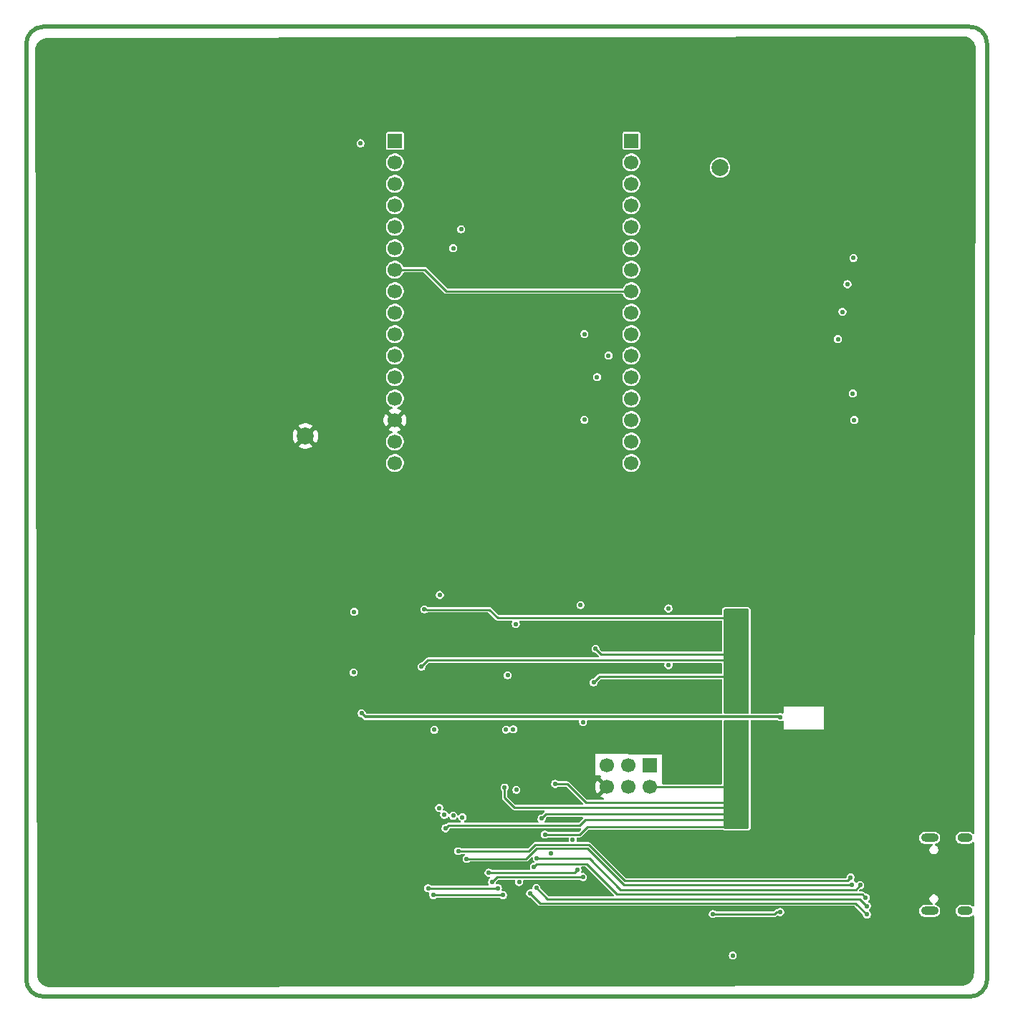
<source format=gbr>
%TF.GenerationSoftware,KiCad,Pcbnew,9.0.6*%
%TF.CreationDate,2026-01-20T14:35:21+00:00*%
%TF.ProjectId,OE PyBoard tester,4f452050-7942-46f6-9172-642074657374,rev?*%
%TF.SameCoordinates,PX4feafc0PY9062e40*%
%TF.FileFunction,Copper,L3,Inr*%
%TF.FilePolarity,Positive*%
%FSLAX46Y46*%
G04 Gerber Fmt 4.6, Leading zero omitted, Abs format (unit mm)*
G04 Created by KiCad (PCBNEW 9.0.6) date 2026-01-20 14:35:21*
%MOMM*%
%LPD*%
G01*
G04 APERTURE LIST*
%TA.AperFunction,ComponentPad*%
%ADD10R,1.700000X1.700000*%
%TD*%
%TA.AperFunction,ComponentPad*%
%ADD11C,1.700000*%
%TD*%
%TA.AperFunction,ComponentPad*%
%ADD12C,2.000000*%
%TD*%
%TA.AperFunction,HeatsinkPad*%
%ADD13O,2.100000X1.000000*%
%TD*%
%TA.AperFunction,HeatsinkPad*%
%ADD14O,1.800000X1.000000*%
%TD*%
%TA.AperFunction,ViaPad*%
%ADD15C,0.550000*%
%TD*%
%TA.AperFunction,Conductor*%
%ADD16C,0.300000*%
%TD*%
%TA.AperFunction,Conductor*%
%ADD17C,0.220000*%
%TD*%
%TA.AperFunction,Profile*%
%ADD18C,0.500000*%
%TD*%
G04 APERTURE END LIST*
D10*
%TO.N,V+#1*%
%TO.C,J5*%
X71514000Y101205200D03*
D11*
%TO.N,+3V3#1*%
X71514000Y98665200D03*
%TO.N,GND#1*%
X71514000Y96125200D03*
%TO.N,/~{RST}#1 actuador*%
X71514000Y93585200D03*
%TO.N,/module on test/PB1-Y12*%
X71514000Y91045200D03*
%TO.N,/module on test/PB0-Y11*%
X71514000Y88505200D03*
%TO.N,/module on test/PB11-Y10*%
X71514000Y85965200D03*
%TO.N,/module on test/PB10-Y9*%
X71514000Y83425200D03*
%TO.N,/module on test/PA3-X4*%
X71514000Y80885200D03*
%TO.N,/module on test/PA2-X3*%
X71514000Y78345200D03*
%TO.N,/module on test/PA1-X2*%
X71514000Y75805200D03*
%TO.N,/module on test/PA0-X1*%
X71514000Y73265200D03*
%TO.N,/module on test/PA3-X4*%
X71514000Y70725200D03*
%TO.N,/module on test/PA2-X3*%
X71514000Y68185200D03*
%TO.N,/module on test/PA1-X2*%
X71514000Y65645200D03*
%TO.N,/module on test/PA0-X1*%
X71514000Y63105200D03*
%TD*%
D12*
%TO.N,GND*%
%TO.C,TP27*%
X32990681Y66290144D03*
%TD*%
D10*
%TO.N,/PDI_DATA*%
%TO.C,J2*%
X73690000Y27325000D03*
D11*
%TO.N,+3V3*%
X73690000Y24785000D03*
%TO.N,unconnected-(J2-Pin_3-Pad3)*%
X71150000Y27325000D03*
%TO.N,unconnected-(J2-Pin_4-Pad4)*%
X71150000Y24785000D03*
%TO.N,/PDI_CLOCK*%
X68610000Y27325000D03*
%TO.N,GND*%
X68610000Y24785000D03*
%TD*%
D13*
%TO.N,Net-(J1-SHIELD)*%
%TO.C,J1*%
X106770000Y10130000D03*
D14*
X110950000Y10130000D03*
D13*
X106770000Y18770000D03*
D14*
X110950000Y18770000D03*
%TD*%
D12*
%TO.N,GND#1*%
%TO.C,TP6*%
X82014000Y98031867D03*
%TD*%
D10*
%TO.N,/module on test/PC4-X11*%
%TO.C,J4*%
X43580000Y101193200D03*
D11*
%TO.N,/module on test/PC5-X12*%
X43580000Y98653200D03*
%TO.N,/module on test/PB12-Y5*%
X43580000Y96113200D03*
%TO.N,/module on test/PB13-Y6*%
X43580000Y93573200D03*
%TO.N,/module on test/PB12-Y5*%
X43580000Y91033200D03*
%TO.N,/module on test/PB13-Y6*%
X43580000Y88493200D03*
%TO.N,/module on test/PB10-Y9*%
X43580000Y85953200D03*
%TO.N,/module on test/PB11-Y10*%
X43580000Y83413200D03*
%TO.N,/module on test/PB0-Y11*%
X43580000Y80873200D03*
%TO.N,/module on test/PB1-Y12*%
X43580000Y78333200D03*
%TO.N,/module on test/PC4-X11*%
X43580000Y75793200D03*
%TO.N,/module on test/PC5-X12*%
X43580000Y73253200D03*
%TO.N,/~{RST}#2 feedback*%
X43580000Y70713200D03*
%TO.N,GND*%
X43580000Y68173200D03*
%TO.N,+3V3#2*%
X43580000Y65633200D03*
%TO.N,V+#2*%
X43580000Y63093200D03*
%TD*%
D15*
%TO.N,+3V3#2*%
X38700000Y38350000D03*
%TO.N,V+#2*%
X38750000Y45500000D03*
X39650000Y33500000D03*
X89100000Y33050000D03*
%TO.N,V+#1*%
X75900000Y45900000D03*
%TO.N,+3V3#1*%
X75900000Y39200000D03*
%TO.N,/module on test/PB1-Y12*%
X51400000Y90755200D03*
%TO.N,/module on test/PB0-Y11*%
X50450000Y88505200D03*
%TO.N,/module on test/PB13-Y6*%
X51550000Y21200000D03*
%TO.N,/module on test/PB10-Y9*%
X50450000Y21400000D03*
%TO.N,/~{RST}#2 feedback*%
X48800000Y22300000D03*
%TO.N,GND*%
X66850000Y24050000D03*
X49250000Y68800000D03*
X73950000Y70700000D03*
X3125000Y67075000D03*
X87150000Y17200000D03*
X74150000Y61650000D03*
X74350000Y45600000D03*
X49500000Y46350000D03*
X85950000Y46550000D03*
X15475000Y60875000D03*
X73350000Y32100000D03*
X47400000Y84500000D03*
X66050000Y34050000D03*
X101300000Y79350000D03*
X61400000Y36900000D03*
X56400000Y17800000D03*
X103967500Y5600000D03*
X64000000Y32050000D03*
X63562500Y36838800D03*
X48150000Y43100000D03*
X49563500Y15900000D03*
X72300000Y14575000D03*
X56400000Y21550000D03*
X110475000Y52300000D03*
X76950000Y93850000D03*
X110500000Y63200000D03*
X97400000Y9950000D03*
X46600000Y32450000D03*
X91650000Y92700000D03*
X93000000Y103250000D03*
X49225000Y1975000D03*
X63700000Y59050000D03*
X63850000Y82300000D03*
X97825000Y1925000D03*
X50150000Y89700000D03*
X57375000Y112500000D03*
X101450000Y20650000D03*
X19525000Y112450000D03*
X41100000Y31650000D03*
X104100000Y100150000D03*
X53000000Y46850000D03*
X90300000Y67650000D03*
X80075000Y14550000D03*
X103867500Y21500000D03*
X74100000Y87700000D03*
X53050000Y57250000D03*
X90150000Y28050000D03*
X49250000Y53750000D03*
X54550000Y17800000D03*
X89300000Y29850000D03*
X67050000Y106750000D03*
X82700000Y18950000D03*
X101650000Y46950000D03*
X104200000Y76200000D03*
X88650000Y80650000D03*
X93700000Y6050000D03*
X110925000Y93500000D03*
X52700000Y77950000D03*
X56950000Y39050000D03*
X54550000Y21550000D03*
X110075000Y33100000D03*
X35850000Y57700000D03*
X86900000Y58050000D03*
X36200000Y24050000D03*
X58300000Y19650000D03*
X17050000Y39900000D03*
X48200000Y36400000D03*
X45950000Y79700000D03*
X63950000Y89600000D03*
X95000000Y112325000D03*
X86900000Y51400000D03*
X105250000Y106350000D03*
X40950000Y36393200D03*
X38900000Y36250000D03*
X39800000Y49550000D03*
X84550000Y19250000D03*
X49200000Y60650000D03*
X81350000Y32100000D03*
X49050000Y107050000D03*
X59000000Y53450000D03*
X97000000Y58850000D03*
X104125000Y73700000D03*
X58300000Y21550000D03*
X63150000Y75650000D03*
X87050000Y25350000D03*
X101200000Y13245000D03*
X71000000Y45700000D03*
X110800000Y112150000D03*
X66100000Y84850000D03*
X86500000Y34200000D03*
X3250000Y97725000D03*
X57600000Y29100000D03*
X56400000Y19650000D03*
X53000000Y82600000D03*
X48200000Y38343200D03*
X81300000Y46000000D03*
X99750000Y75350000D03*
X75912500Y41088800D03*
X52700000Y84600000D03*
X57950000Y72800000D03*
X46750000Y26600000D03*
X2825000Y86700000D03*
X76900000Y73850000D03*
X66300000Y66700000D03*
X71950000Y19300000D03*
X101450000Y37900000D03*
X74200000Y97100000D03*
X13600000Y105050000D03*
X63850000Y67750000D03*
X86050000Y106850000D03*
X89100000Y17250000D03*
X101550000Y62800000D03*
X12550000Y79150000D03*
X93350000Y80750000D03*
X96700000Y66600000D03*
X46650000Y36350000D03*
X58300000Y17800000D03*
X96200000Y86950000D03*
X65900000Y43050000D03*
X73900000Y79450000D03*
X65350000Y73250000D03*
X65400000Y48150000D03*
X62800000Y28400000D03*
X63512500Y42888800D03*
X49500000Y71850000D03*
X74300000Y49800000D03*
X30100000Y107150000D03*
X63850000Y40650000D03*
X52750000Y67850000D03*
X56400000Y28100000D03*
X68150000Y69200000D03*
X86782500Y4850000D03*
X27700000Y17000000D03*
X65900000Y37050000D03*
X54000000Y44425000D03*
X3025000Y46700000D03*
X58400000Y12450000D03*
X97025000Y42825000D03*
X21800000Y91500000D03*
X55700000Y32300000D03*
X63900000Y48950000D03*
X52950000Y36593200D03*
X48300000Y45075000D03*
X97000000Y50850000D03*
X75912500Y35238800D03*
X87050000Y24550000D03*
X3825000Y26200000D03*
X96900000Y73050000D03*
X71762500Y33838800D03*
X72300000Y2150000D03*
X58500000Y34050000D03*
X101550000Y54600000D03*
X84550000Y16950000D03*
X75800000Y26800000D03*
X61700000Y12350000D03*
X22450000Y67950000D03*
X74500000Y15700000D03*
X40950000Y43000000D03*
X63650000Y23800000D03*
X46650000Y15100000D03*
X76800000Y65150000D03*
X106050000Y25100000D03*
X2375000Y2000000D03*
X97075000Y16675000D03*
X90750000Y19800000D03*
X53500000Y13800000D03*
X81700000Y38850000D03*
X45800000Y77350000D03*
X92950000Y40950000D03*
X103917500Y7500000D03*
X58250000Y89550000D03*
X76450000Y112225000D03*
X77200000Y59350000D03*
X65450000Y80000000D03*
X41500000Y47600000D03*
X110375000Y41400000D03*
X52600000Y91500000D03*
X104450000Y11250000D03*
X55900000Y35250000D03*
X86350000Y41300000D03*
X46400000Y87800000D03*
X104500000Y18150000D03*
X106550000Y4300000D03*
X40100000Y62100000D03*
X29750000Y2650000D03*
X38500000Y40700000D03*
X86900000Y31900000D03*
X20650000Y27100000D03*
X81750000Y35500000D03*
X57100000Y42600000D03*
X40500000Y38450000D03*
X97275000Y30200000D03*
X16950000Y51325000D03*
X51900000Y23150000D03*
X48000000Y32400000D03*
X12625000Y11175000D03*
X49800000Y44200000D03*
X67550000Y19200000D03*
X38790000Y34200000D03*
X110575000Y2550000D03*
X104175000Y66500000D03*
X49950000Y84650000D03*
X73512500Y37138800D03*
X30200000Y50500000D03*
X86500000Y6500000D03*
X38000000Y112700000D03*
X54550000Y19650000D03*
X97100000Y23175000D03*
X76950000Y84550000D03*
X51350000Y32100000D03*
X81650000Y25600000D03*
X49050000Y14000000D03*
X38710000Y42950000D03*
X91120000Y24450000D03*
X77600000Y5050000D03*
X63950000Y34000000D03*
X40100000Y56700000D03*
X71050000Y29500000D03*
X100850000Y18550000D03*
X93780000Y24450000D03*
X51150000Y25450000D03*
X69700000Y94700000D03*
X75050000Y99650000D03*
X48050000Y33800000D03*
X73512500Y43088800D03*
X77050000Y52750000D03*
X53400000Y33800000D03*
X49550000Y82450000D03*
X104200000Y89650000D03*
X81600000Y42650000D03*
X64650000Y9550000D03*
X2894469Y111735997D03*
X32400000Y36550000D03*
X110800000Y75600000D03*
X96800000Y100300000D03*
X51250000Y19000000D03*
X101650000Y27450000D03*
X68350000Y12250000D03*
X46600000Y20450000D03*
X61300000Y42950000D03*
X74200000Y56000000D03*
X77050000Y45550000D03*
X63900000Y20950000D03*
X66550000Y31600000D03*
%TO.N,/STATE_LED*%
X57930999Y24458310D03*
X62000000Y16935000D03*
%TO.N,/~{RST}#1 actuador*%
X64565000Y18535000D03*
%TO.N,/V+#1_chck*%
X57850000Y44056300D03*
X57550000Y31600000D03*
%TO.N,/+3V3#1_chck*%
X56900000Y38000000D03*
X56686622Y31563937D03*
%TO.N,/V+#1_ok*%
X54650000Y14650000D03*
X65150000Y15000000D03*
X65500000Y46300000D03*
%TO.N,/+3V3#1_ok*%
X55050000Y13550000D03*
X65800000Y32450000D03*
X65800000Y14136000D03*
%TO.N,/V+#2_ok*%
X55750000Y12800000D03*
X47500000Y12800000D03*
X48875000Y47500000D03*
%TO.N,/+3V3#2_ok*%
X48216000Y31550000D03*
X48100000Y12000000D03*
X56350000Y12000000D03*
%TO.N,/module on test/PC5-X12*%
X39500000Y100918533D03*
%TO.N,/module on test/PB11-Y10*%
X49400000Y21500000D03*
%TO.N,/module on test/PA1-X2*%
X68814000Y75805200D03*
%TO.N,/module on test/PA0-X1*%
X67464000Y73255200D03*
%TO.N,/module on test/PA2-X3*%
X65964000Y78355200D03*
X65964000Y68205200D03*
%TO.N,+3V3*%
X60900000Y21050000D03*
X62500000Y25150000D03*
X67050000Y37150000D03*
X83500000Y4850000D03*
X82900000Y34200000D03*
X49550000Y19900000D03*
X83100000Y25450000D03*
X58250000Y13551000D03*
X61300000Y19150000D03*
X83200000Y40000000D03*
X47050000Y45800000D03*
X84900000Y42800000D03*
X82950000Y30450000D03*
X83150000Y45400000D03*
X84900000Y21300000D03*
X84870000Y23570000D03*
X84500000Y32050000D03*
X67278367Y41128367D03*
X83000000Y20500000D03*
X46700000Y39022000D03*
X83200000Y23000000D03*
X84850000Y28550000D03*
X56528500Y24728500D03*
X84900000Y36950000D03*
%TO.N,/FTDI_CTS*%
X81150000Y9750000D03*
X89100000Y10000000D03*
%TO.N,/RST#1_LED*%
X59559022Y12200000D03*
X97750000Y87350000D03*
X99350000Y9700000D03*
%TO.N,/RST#2_LED*%
X60300000Y12850000D03*
X99345384Y10700000D03*
X97050000Y84250000D03*
%TO.N,/SUPPLY_LED*%
X99200000Y11700000D03*
X96465000Y80972400D03*
X60000000Y15350000D03*
%TO.N,/IOs_LED*%
X60350000Y16350000D03*
X98570000Y13180000D03*
X95925000Y77750000D03*
%TO.N,/OK_LED*%
X97409384Y14090616D03*
X97675000Y71325000D03*
X51050000Y17200000D03*
%TO.N,/NOK_LED*%
X52050000Y16275000D03*
X97850000Y68200000D03*
X97575000Y13250000D03*
%TD*%
D16*
%TO.N,V+#2*%
X40074000Y33076000D02*
X89144000Y33076000D01*
X39650000Y33500000D02*
X40074000Y33076000D01*
D17*
%TO.N,/module on test/PB10-Y9*%
X47146800Y85953200D02*
X43580000Y85953200D01*
X49674800Y83425200D02*
X47146800Y85953200D01*
X71514000Y83425200D02*
X49674800Y83425200D01*
%TO.N,/V+#1_ok*%
X65150000Y15000000D02*
X64800000Y14650000D01*
X64800000Y14650000D02*
X54650000Y14650000D01*
%TO.N,/+3V3#1_ok*%
X55636000Y14136000D02*
X55050000Y13550000D01*
X65800000Y14136000D02*
X55636000Y14136000D01*
%TO.N,/V+#2_ok*%
X47500000Y12800000D02*
X55750000Y12800000D01*
%TO.N,/+3V3#2_ok*%
X56350000Y12000000D02*
X48100000Y12000000D01*
%TO.N,+3V3*%
X82900000Y22700000D02*
X83250000Y22700000D01*
X61436000Y21586000D02*
X83186000Y21586000D01*
X67903934Y40502800D02*
X82997200Y40502800D01*
X67278367Y41128367D02*
X67903934Y40502800D01*
X66300000Y20050000D02*
X84000000Y20050000D01*
X47250000Y45800000D02*
X47300000Y45750000D01*
X66150000Y22950000D02*
X82900000Y22950000D01*
X56528500Y24728500D02*
X56528500Y23521500D01*
X56528500Y23521500D02*
X57700000Y22350000D01*
X66050000Y20900000D02*
X84000000Y20900000D01*
X46700000Y39022000D02*
X47464000Y39786000D01*
X57700000Y22350000D02*
X82550000Y22350000D01*
X82550000Y22350000D02*
X82900000Y22700000D01*
X82997200Y40502800D02*
X83050000Y40450000D01*
X61300000Y19150000D02*
X65400000Y19150000D01*
X67050000Y37150000D02*
X67750000Y37850000D01*
X49900000Y20250000D02*
X65400000Y20250000D01*
X82900000Y22950000D02*
X83400000Y23450000D01*
X67750000Y37850000D02*
X83300000Y37850000D01*
X47050000Y45800000D02*
X47250000Y45800000D01*
X73690000Y24785000D02*
X84565000Y24785000D01*
X49550000Y19900000D02*
X49900000Y20250000D01*
X63950000Y25150000D02*
X66150000Y22950000D01*
X82914000Y39786000D02*
X83200000Y39500000D01*
X65400000Y19150000D02*
X66300000Y20050000D01*
X60900000Y21050000D02*
X61436000Y21586000D01*
X65400000Y20250000D02*
X66050000Y20900000D01*
X55700000Y44800000D02*
X83200000Y44800000D01*
X62500000Y25150000D02*
X63950000Y25150000D01*
X54750000Y45750000D02*
X55700000Y44800000D01*
X47464000Y39786000D02*
X82914000Y39786000D01*
X47300000Y45750000D02*
X54750000Y45750000D01*
%TO.N,/FTDI_CTS*%
X89100000Y10000000D02*
X88700000Y10000000D01*
X88450000Y9750000D02*
X81150000Y9750000D01*
X88700000Y10000000D02*
X88450000Y9750000D01*
%TO.N,/RST#1_LED*%
X98000000Y11050000D02*
X60709022Y11050000D01*
X99350000Y9700000D02*
X98000000Y11050000D01*
X60709022Y11050000D02*
X59559022Y12200000D01*
%TO.N,/RST#2_LED*%
X61600000Y11550000D02*
X60300000Y12850000D01*
X99345384Y10700000D02*
X98495384Y11550000D01*
X98495384Y11550000D02*
X61600000Y11550000D01*
%TO.N,/SUPPLY_LED*%
X66200000Y15700000D02*
X60350000Y15700000D01*
X60350000Y15700000D02*
X60000000Y15350000D01*
X69800000Y12100000D02*
X66200000Y15700000D01*
X99200000Y11700000D02*
X98800000Y12100000D01*
X98800000Y12100000D02*
X69800000Y12100000D01*
%TO.N,/IOs_LED*%
X66545384Y16350000D02*
X60350000Y16350000D01*
X70245384Y12650000D02*
X66545384Y16350000D01*
X98040000Y12650000D02*
X70245384Y12650000D01*
X98570000Y13180000D02*
X98040000Y12650000D01*
%TO.N,/OK_LED*%
X70724384Y13696000D02*
X97046000Y13696000D01*
X59379616Y17200000D02*
X60129616Y17950000D01*
X60129616Y17950000D02*
X66470384Y17950000D01*
X97409384Y14059384D02*
X97409384Y14090616D01*
X97046000Y13696000D02*
X97409384Y14059384D01*
X66470384Y17950000D02*
X70724384Y13696000D01*
X51050000Y17200000D02*
X59379616Y17200000D01*
%TO.N,/NOK_LED*%
X66300000Y17525000D02*
X60300000Y17525000D01*
X59050000Y16275000D02*
X52050000Y16275000D01*
X97525000Y13200000D02*
X70625000Y13200000D01*
X70625000Y13200000D02*
X66300000Y17525000D01*
X97575000Y13250000D02*
X97525000Y13200000D01*
X60300000Y17525000D02*
X59050000Y16275000D01*
%TD*%
%TA.AperFunction,Conductor*%
%TO.N,+3V3*%
G36*
X85343039Y32705815D02*
G01*
X85388794Y32653011D01*
X85400000Y32601500D01*
X85400000Y19974000D01*
X85380315Y19906961D01*
X85327511Y19861206D01*
X85276000Y19850000D01*
X82574000Y19850000D01*
X82506961Y19869685D01*
X82461206Y19922489D01*
X82450000Y19974000D01*
X82450000Y32601500D01*
X82469685Y32668539D01*
X82522489Y32714294D01*
X82574000Y32725500D01*
X85276000Y32725500D01*
X85343039Y32705815D01*
G37*
%TD.AperFunction*%
%TA.AperFunction,Conductor*%
G36*
X85343039Y45830315D02*
G01*
X85388794Y45777511D01*
X85400000Y45726000D01*
X85400000Y33550500D01*
X85380315Y33483461D01*
X85327511Y33437706D01*
X85276000Y33426500D01*
X82574000Y33426500D01*
X82506961Y33446185D01*
X82461206Y33498989D01*
X82450000Y33550500D01*
X82450000Y45726000D01*
X82469685Y45793039D01*
X82522489Y45838794D01*
X82574000Y45850000D01*
X85276000Y45850000D01*
X85343039Y45830315D01*
G37*
%TD.AperFunction*%
%TD*%
%TA.AperFunction,Conductor*%
%TO.N,GND*%
G36*
X65754064Y21255815D02*
G01*
X65799819Y21203011D01*
X65809763Y21133853D01*
X65780738Y21070297D01*
X65774706Y21063819D01*
X65307705Y20596819D01*
X65246382Y20563334D01*
X65220024Y20560500D01*
X61380367Y20560500D01*
X61313328Y20580185D01*
X61267573Y20632989D01*
X61257629Y20702147D01*
X61277859Y20750173D01*
X61276431Y20750997D01*
X61300039Y20791888D01*
X61343095Y20866464D01*
X61375500Y20987399D01*
X61375500Y21035025D01*
X61384144Y21064466D01*
X61390668Y21094452D01*
X61394422Y21099468D01*
X61395185Y21102064D01*
X61411819Y21122706D01*
X61528294Y21239181D01*
X61589617Y21272666D01*
X61615975Y21275500D01*
X65687025Y21275500D01*
X65754064Y21255815D01*
G37*
%TD.AperFunction*%
%TA.AperFunction,Conductor*%
G36*
X110724143Y113571917D02*
G01*
X110944783Y113554910D01*
X110964050Y113551887D01*
X111174515Y113501631D01*
X111193068Y113495624D01*
X111305429Y113449194D01*
X111393051Y113412987D01*
X111410428Y113404148D01*
X111454272Y113377309D01*
X111594986Y113291170D01*
X111610769Y113279709D01*
X111775312Y113139201D01*
X111789103Y113125408D01*
X111815461Y113094528D01*
X111929585Y112960828D01*
X111941042Y112945042D01*
X112053977Y112760469D01*
X112062817Y112743084D01*
X112145414Y112543083D01*
X112151416Y112524530D01*
X112201627Y112314055D01*
X112204647Y112294786D01*
X112221608Y112074165D01*
X112221973Y112064412D01*
X112036261Y19373510D01*
X112016442Y19306510D01*
X111963546Y19260861D01*
X111894368Y19251056D01*
X111830871Y19280208D01*
X111824580Y19286077D01*
X111796545Y19314112D01*
X111796541Y19314115D01*
X111681817Y19390772D01*
X111681804Y19390779D01*
X111554332Y19443579D01*
X111554322Y19443582D01*
X111418995Y19470500D01*
X111418993Y19470500D01*
X110481007Y19470500D01*
X110481005Y19470500D01*
X110345677Y19443582D01*
X110345667Y19443579D01*
X110218195Y19390779D01*
X110218182Y19390772D01*
X110103458Y19314115D01*
X110103454Y19314112D01*
X110005888Y19216546D01*
X110005885Y19216542D01*
X109929228Y19101818D01*
X109929221Y19101805D01*
X109876421Y18974333D01*
X109876418Y18974323D01*
X109849500Y18838996D01*
X109849500Y18838993D01*
X109849500Y18701007D01*
X109849500Y18701005D01*
X109849499Y18701005D01*
X109876418Y18565678D01*
X109876421Y18565668D01*
X109929221Y18438196D01*
X109929228Y18438183D01*
X110005885Y18323459D01*
X110005888Y18323455D01*
X110103454Y18225889D01*
X110103458Y18225886D01*
X110218182Y18149229D01*
X110218195Y18149222D01*
X110345667Y18096422D01*
X110345672Y18096420D01*
X110345676Y18096420D01*
X110345677Y18096419D01*
X110481004Y18069500D01*
X110481007Y18069500D01*
X111418995Y18069500D01*
X111510041Y18087611D01*
X111554328Y18096420D01*
X111681811Y18149225D01*
X111796542Y18225886D01*
X111822155Y18251500D01*
X111883476Y18284984D01*
X111953168Y18280000D01*
X112009102Y18238130D01*
X112033520Y18172666D01*
X112033836Y18163570D01*
X112018985Y10750786D01*
X111999166Y10683786D01*
X111946270Y10638137D01*
X111877092Y10628332D01*
X111813595Y10657484D01*
X111807304Y10663353D01*
X111796545Y10674112D01*
X111796541Y10674115D01*
X111681817Y10750772D01*
X111681804Y10750779D01*
X111554332Y10803579D01*
X111554322Y10803582D01*
X111418995Y10830500D01*
X111418993Y10830500D01*
X110481007Y10830500D01*
X110481005Y10830500D01*
X110345677Y10803582D01*
X110345667Y10803579D01*
X110218195Y10750779D01*
X110218182Y10750772D01*
X110103458Y10674115D01*
X110103454Y10674112D01*
X110005888Y10576546D01*
X110005885Y10576542D01*
X109929228Y10461818D01*
X109929221Y10461805D01*
X109876421Y10334333D01*
X109876418Y10334323D01*
X109849500Y10198996D01*
X109849500Y10198993D01*
X109849500Y10061007D01*
X109849500Y10061005D01*
X109849499Y10061005D01*
X109876418Y9925678D01*
X109876421Y9925668D01*
X109929221Y9798196D01*
X109929228Y9798183D01*
X110005885Y9683459D01*
X110005888Y9683455D01*
X110103454Y9585889D01*
X110103458Y9585886D01*
X110218182Y9509229D01*
X110218195Y9509222D01*
X110341773Y9458035D01*
X110345672Y9456420D01*
X110345676Y9456420D01*
X110345677Y9456419D01*
X110481004Y9429500D01*
X110481007Y9429500D01*
X111418995Y9429500D01*
X111510041Y9447611D01*
X111554328Y9456420D01*
X111663253Y9501538D01*
X111681804Y9509222D01*
X111681804Y9509223D01*
X111681811Y9509225D01*
X111796542Y9585886D01*
X111804808Y9594153D01*
X111866128Y9627638D01*
X111935820Y9622656D01*
X111991755Y9580787D01*
X112016175Y9515324D01*
X112016491Y9506225D01*
X112003003Y2774151D01*
X112002603Y2764446D01*
X111984928Y2544944D01*
X111981860Y2525777D01*
X111931291Y2316465D01*
X111925270Y2298012D01*
X111842654Y2099152D01*
X111833827Y2081865D01*
X111721193Y1898338D01*
X111709776Y1882639D01*
X111569876Y1718933D01*
X111556150Y1705210D01*
X111392417Y1565343D01*
X111376721Y1553932D01*
X111193166Y1441331D01*
X111175877Y1432507D01*
X110977001Y1349931D01*
X110958548Y1343914D01*
X110749226Y1293386D01*
X110730057Y1290322D01*
X110510552Y1272690D01*
X110500848Y1272292D01*
X2828896Y1077718D01*
X2819170Y1078083D01*
X2599176Y1094990D01*
X2579960Y1097996D01*
X2370049Y1147969D01*
X2351540Y1153944D01*
X2152033Y1236123D01*
X2134685Y1244918D01*
X1950480Y1357285D01*
X1934721Y1368685D01*
X1770353Y1508474D01*
X1756571Y1522198D01*
X1616087Y1685966D01*
X1604620Y1701676D01*
X1602444Y1705209D01*
X1491465Y1885410D01*
X1482604Y1902704D01*
X1399572Y2101870D01*
X1393519Y2120354D01*
X1342656Y2330040D01*
X1339567Y2349243D01*
X1321723Y2569176D01*
X1321317Y2578900D01*
X1316687Y4469507D01*
X1315602Y4912601D01*
X83024500Y4912601D01*
X83024500Y4787399D01*
X83056905Y4666464D01*
X83119505Y4558036D01*
X83208036Y4469505D01*
X83316464Y4406905D01*
X83437399Y4374500D01*
X83437401Y4374500D01*
X83562599Y4374500D01*
X83562601Y4374500D01*
X83683536Y4406905D01*
X83791964Y4469505D01*
X83880495Y4558036D01*
X83943095Y4666464D01*
X83975500Y4787399D01*
X83975500Y4912601D01*
X83943095Y5033536D01*
X83880495Y5141964D01*
X83791964Y5230495D01*
X83683536Y5293095D01*
X83683537Y5293095D01*
X83643224Y5303897D01*
X83562601Y5325500D01*
X83437399Y5325500D01*
X83356775Y5303897D01*
X83316463Y5293095D01*
X83208037Y5230496D01*
X83208034Y5230494D01*
X83119506Y5141966D01*
X83119504Y5141963D01*
X83056905Y5033537D01*
X83056905Y5033536D01*
X83024500Y4912601D01*
X1315602Y4912601D01*
X1303603Y9812601D01*
X80674500Y9812601D01*
X80674500Y9687399D01*
X80706905Y9566464D01*
X80769505Y9458036D01*
X80858036Y9369505D01*
X80966464Y9306905D01*
X81087399Y9274500D01*
X81087401Y9274500D01*
X81212599Y9274500D01*
X81212601Y9274500D01*
X81333536Y9306905D01*
X81441964Y9369505D01*
X81475640Y9403181D01*
X81536963Y9436666D01*
X81563321Y9439500D01*
X88490876Y9439500D01*
X88490879Y9439500D01*
X88569849Y9460660D01*
X88640652Y9501538D01*
X88709427Y9570314D01*
X88770749Y9603798D01*
X88840441Y9598814D01*
X88859107Y9590019D01*
X88893240Y9570313D01*
X88916464Y9556905D01*
X89037399Y9524500D01*
X89037401Y9524500D01*
X89162599Y9524500D01*
X89162601Y9524500D01*
X89283536Y9556905D01*
X89391964Y9619505D01*
X89480495Y9708036D01*
X89543095Y9816464D01*
X89575500Y9937399D01*
X89575500Y10062601D01*
X89543095Y10183536D01*
X89480495Y10291964D01*
X89391964Y10380495D01*
X89283536Y10443095D01*
X89283537Y10443095D01*
X89243224Y10453897D01*
X89162601Y10475500D01*
X89037399Y10475500D01*
X88956775Y10453897D01*
X88916463Y10443095D01*
X88808037Y10380496D01*
X88808034Y10380494D01*
X88774360Y10346819D01*
X88713037Y10313334D01*
X88686679Y10310500D01*
X88659118Y10310500D01*
X88637958Y10304830D01*
X88637957Y10304831D01*
X88580156Y10289342D01*
X88580149Y10289339D01*
X88509352Y10248465D01*
X88509349Y10248463D01*
X88509349Y10248462D01*
X88509348Y10248461D01*
X88357703Y10096818D01*
X88296382Y10063334D01*
X88270024Y10060500D01*
X81563321Y10060500D01*
X81496282Y10080185D01*
X81475640Y10096819D01*
X81441965Y10130494D01*
X81441964Y10130495D01*
X81333536Y10193095D01*
X81333537Y10193095D01*
X81293224Y10203897D01*
X81212601Y10225500D01*
X81087399Y10225500D01*
X81006775Y10203897D01*
X80966463Y10193095D01*
X80858037Y10130496D01*
X80858034Y10130494D01*
X80769506Y10041966D01*
X80769504Y10041963D01*
X80706905Y9933537D01*
X80706905Y9933536D01*
X80674500Y9812601D01*
X1303603Y9812601D01*
X1250219Y31612601D01*
X47740500Y31612601D01*
X47740500Y31487399D01*
X47772905Y31366464D01*
X47835505Y31258036D01*
X47924036Y31169505D01*
X48032464Y31106905D01*
X48153399Y31074500D01*
X48153401Y31074500D01*
X48278599Y31074500D01*
X48278601Y31074500D01*
X48399536Y31106905D01*
X48507964Y31169505D01*
X48596495Y31258036D01*
X48659095Y31366464D01*
X48691500Y31487399D01*
X48691500Y31612601D01*
X48687766Y31626538D01*
X56211122Y31626538D01*
X56211122Y31501336D01*
X56243527Y31380401D01*
X56306127Y31271973D01*
X56394658Y31183442D01*
X56503086Y31120842D01*
X56624021Y31088437D01*
X56624023Y31088437D01*
X56749221Y31088437D01*
X56749223Y31088437D01*
X56870158Y31120842D01*
X56978586Y31183442D01*
X57048664Y31253521D01*
X57109983Y31287003D01*
X57179675Y31282019D01*
X57224023Y31253518D01*
X57258036Y31219505D01*
X57366464Y31156905D01*
X57487399Y31124500D01*
X57487401Y31124500D01*
X57612599Y31124500D01*
X57612601Y31124500D01*
X57733536Y31156905D01*
X57841964Y31219505D01*
X57930495Y31308036D01*
X57993095Y31416464D01*
X58025500Y31537399D01*
X58025500Y31662601D01*
X57993095Y31783536D01*
X57930495Y31891964D01*
X57841964Y31980495D01*
X57733536Y32043095D01*
X57733537Y32043095D01*
X57693224Y32053897D01*
X57612601Y32075500D01*
X57487399Y32075500D01*
X57406775Y32053897D01*
X57366463Y32043095D01*
X57258037Y31980497D01*
X57187960Y31910419D01*
X57126636Y31876935D01*
X57056945Y31881920D01*
X57012598Y31910420D01*
X56978587Y31944431D01*
X56978586Y31944432D01*
X56870158Y32007032D01*
X56870159Y32007032D01*
X56829846Y32017834D01*
X56749223Y32039437D01*
X56624021Y32039437D01*
X56543397Y32017834D01*
X56503085Y32007032D01*
X56394659Y31944433D01*
X56394656Y31944431D01*
X56306128Y31855903D01*
X56306126Y31855900D01*
X56243527Y31747474D01*
X56227324Y31687006D01*
X56211122Y31626538D01*
X48687766Y31626538D01*
X48659095Y31733536D01*
X48596495Y31841964D01*
X48507964Y31930495D01*
X48399536Y31993095D01*
X48399537Y31993095D01*
X48347997Y32006905D01*
X48278601Y32025500D01*
X48153399Y32025500D01*
X48084003Y32006905D01*
X48032463Y31993095D01*
X47924037Y31930496D01*
X47924034Y31930494D01*
X47835506Y31841966D01*
X47835504Y31841963D01*
X47772905Y31733537D01*
X47772905Y31733536D01*
X47740500Y31612601D01*
X1250219Y31612601D01*
X1245444Y33562601D01*
X39174500Y33562601D01*
X39174500Y33437399D01*
X39206905Y33316464D01*
X39269505Y33208036D01*
X39358036Y33119505D01*
X39466464Y33056905D01*
X39587399Y33024500D01*
X39587401Y33024500D01*
X39594517Y33023563D01*
X39658413Y32995297D01*
X39666013Y32988305D01*
X39858788Y32795530D01*
X39919185Y32760660D01*
X39938712Y32749386D01*
X40027856Y32725500D01*
X40027857Y32725500D01*
X40120144Y32725500D01*
X65219947Y32725500D01*
X65286986Y32705815D01*
X65332741Y32653011D01*
X65342685Y32583853D01*
X65339721Y32569405D01*
X65324500Y32512604D01*
X65324500Y32512601D01*
X65324500Y32387399D01*
X65356905Y32266464D01*
X65419505Y32158036D01*
X65508036Y32069505D01*
X65616464Y32006905D01*
X65737399Y31974500D01*
X65737401Y31974500D01*
X65862599Y31974500D01*
X65862601Y31974500D01*
X65983536Y32006905D01*
X66091964Y32069505D01*
X66180495Y32158036D01*
X66243095Y32266464D01*
X66275500Y32387399D01*
X66275500Y32512601D01*
X66260279Y32569406D01*
X66261941Y32639255D01*
X66301102Y32697118D01*
X66365331Y32724623D01*
X66380053Y32725500D01*
X82120500Y32725500D01*
X82187539Y32705815D01*
X82233294Y32653011D01*
X82244500Y32601500D01*
X82244500Y25219500D01*
X82224815Y25152461D01*
X82172011Y25106706D01*
X82120500Y25095500D01*
X75274000Y25095500D01*
X75206961Y25115185D01*
X75161206Y25167989D01*
X75150000Y25219500D01*
X75150000Y28650000D01*
X67250000Y28700000D01*
X67250000Y26150000D01*
X67810371Y26150000D01*
X67877410Y26130315D01*
X67923165Y26077511D01*
X67933109Y26008353D01*
X67904084Y25944797D01*
X67883255Y25925681D01*
X67848282Y25900273D01*
X67848282Y25900272D01*
X68480591Y25267963D01*
X68417007Y25250925D01*
X68302993Y25185099D01*
X68209901Y25092007D01*
X68144075Y24977993D01*
X68127037Y24914409D01*
X67494728Y25546718D01*
X67494727Y25546718D01*
X67455380Y25492561D01*
X67358904Y25303218D01*
X67293242Y25101131D01*
X67293242Y25101128D01*
X67260000Y24891247D01*
X67260000Y24678754D01*
X67293242Y24468873D01*
X67293242Y24468870D01*
X67358904Y24266783D01*
X67455375Y24077450D01*
X67494728Y24023284D01*
X68127037Y24655592D01*
X68144075Y24592007D01*
X68209901Y24477993D01*
X68302993Y24384901D01*
X68417007Y24319075D01*
X68480589Y24302038D01*
X67848282Y23669731D01*
X67848282Y23669730D01*
X67902449Y23630376D01*
X68091782Y23533905D01*
X68188649Y23502431D01*
X68246324Y23462994D01*
X68273523Y23398635D01*
X68261609Y23329789D01*
X68214365Y23278313D01*
X68150331Y23260500D01*
X66329975Y23260500D01*
X66262936Y23280185D01*
X66242294Y23296819D01*
X64730676Y24808438D01*
X64140653Y25398461D01*
X64140648Y25398465D01*
X64069851Y25439339D01*
X64069850Y25439340D01*
X64069849Y25439340D01*
X63990879Y25460500D01*
X63990878Y25460500D01*
X63990877Y25460500D01*
X62913321Y25460500D01*
X62846282Y25480185D01*
X62825640Y25496819D01*
X62791965Y25530494D01*
X62791964Y25530495D01*
X62683536Y25593095D01*
X62683537Y25593095D01*
X62643224Y25603897D01*
X62562601Y25625500D01*
X62437399Y25625500D01*
X62356775Y25603897D01*
X62316463Y25593095D01*
X62208037Y25530496D01*
X62208034Y25530494D01*
X62119506Y25441966D01*
X62119504Y25441963D01*
X62056905Y25333537D01*
X62056905Y25333536D01*
X62024500Y25212601D01*
X62024500Y25087399D01*
X62056905Y24966464D01*
X62119505Y24858036D01*
X62208036Y24769505D01*
X62316464Y24706905D01*
X62437399Y24674500D01*
X62437401Y24674500D01*
X62562599Y24674500D01*
X62562601Y24674500D01*
X62683536Y24706905D01*
X62791964Y24769505D01*
X62825640Y24803181D01*
X62886963Y24836666D01*
X62913321Y24839500D01*
X63770024Y24839500D01*
X63837063Y24819815D01*
X63857705Y24803181D01*
X65788706Y22872181D01*
X65822191Y22810858D01*
X65817207Y22741166D01*
X65775335Y22685233D01*
X65709871Y22660816D01*
X65701025Y22660500D01*
X57879976Y22660500D01*
X57812937Y22680185D01*
X57792295Y22696819D01*
X56875319Y23613795D01*
X56841834Y23675118D01*
X56839000Y23701476D01*
X56839000Y24315179D01*
X56858685Y24382218D01*
X56875319Y24402860D01*
X56889998Y24417539D01*
X56908995Y24436536D01*
X56957708Y24520911D01*
X57455499Y24520911D01*
X57455499Y24395709D01*
X57487904Y24274774D01*
X57550504Y24166346D01*
X57639035Y24077815D01*
X57747463Y24015215D01*
X57868398Y23982810D01*
X57868400Y23982810D01*
X57993598Y23982810D01*
X57993600Y23982810D01*
X58114535Y24015215D01*
X58222963Y24077815D01*
X58311494Y24166346D01*
X58374094Y24274774D01*
X58406499Y24395709D01*
X58406499Y24520911D01*
X58374094Y24641846D01*
X58311494Y24750274D01*
X58222963Y24838805D01*
X58114535Y24901405D01*
X58114536Y24901405D01*
X58050949Y24918443D01*
X57993600Y24933810D01*
X57868398Y24933810D01*
X57811049Y24918443D01*
X57747462Y24901405D01*
X57639036Y24838806D01*
X57639033Y24838804D01*
X57550505Y24750276D01*
X57550503Y24750273D01*
X57487904Y24641847D01*
X57474549Y24592007D01*
X57455499Y24520911D01*
X56957708Y24520911D01*
X56971595Y24544964D01*
X57004000Y24665899D01*
X57004000Y24791101D01*
X56971595Y24912036D01*
X56908995Y25020464D01*
X56820464Y25108995D01*
X56712036Y25171595D01*
X56712037Y25171595D01*
X56661639Y25185099D01*
X56591101Y25204000D01*
X56465899Y25204000D01*
X56395361Y25185099D01*
X56344963Y25171595D01*
X56236537Y25108996D01*
X56236534Y25108994D01*
X56148006Y25020466D01*
X56148004Y25020463D01*
X56085405Y24912037D01*
X56075239Y24874096D01*
X56053000Y24791101D01*
X56053000Y24665899D01*
X56085405Y24544964D01*
X56132556Y24463294D01*
X56148004Y24436538D01*
X56148006Y24436535D01*
X56181681Y24402860D01*
X56215166Y24341537D01*
X56218000Y24315179D01*
X56218000Y23562379D01*
X56218000Y23480621D01*
X56239160Y23401651D01*
X56239161Y23401650D01*
X56239161Y23401649D01*
X56280035Y23330852D01*
X56280039Y23330847D01*
X57509343Y22101542D01*
X57509347Y22101539D01*
X57509348Y22101538D01*
X57550226Y22077938D01*
X57580152Y22060660D01*
X57637961Y22045171D01*
X57659121Y22039500D01*
X57659122Y22039500D01*
X61151025Y22039500D01*
X61218064Y22019815D01*
X61263819Y21967011D01*
X61273763Y21897853D01*
X61244738Y21834297D01*
X61238706Y21827819D01*
X60972705Y21561819D01*
X60911382Y21528334D01*
X60885024Y21525500D01*
X60837399Y21525500D01*
X60756775Y21503897D01*
X60716463Y21493095D01*
X60608037Y21430496D01*
X60608034Y21430494D01*
X60519506Y21341966D01*
X60519504Y21341963D01*
X60456905Y21233537D01*
X60443155Y21182222D01*
X60424500Y21112601D01*
X60424500Y20987399D01*
X60432671Y20956906D01*
X60456905Y20866464D01*
X60523569Y20750997D01*
X60521862Y20750012D01*
X60543202Y20694827D01*
X60529169Y20626381D01*
X60480359Y20576387D01*
X60419633Y20560500D01*
X51856128Y20560500D01*
X51789089Y20580185D01*
X51743334Y20632989D01*
X51733390Y20702147D01*
X51762415Y20765703D01*
X51794129Y20791888D01*
X51841964Y20819505D01*
X51930495Y20908036D01*
X51993095Y21016464D01*
X52025500Y21137399D01*
X52025500Y21262601D01*
X51993095Y21383536D01*
X51930495Y21491964D01*
X51841964Y21580495D01*
X51733536Y21643095D01*
X51733537Y21643095D01*
X51693224Y21653897D01*
X51612601Y21675500D01*
X51487399Y21675500D01*
X51406775Y21653897D01*
X51366463Y21643095D01*
X51258037Y21580496D01*
X51258034Y21580494D01*
X51169506Y21491966D01*
X51169500Y21491958D01*
X51147152Y21453250D01*
X51096585Y21405035D01*
X51027978Y21391813D01*
X50963113Y21417781D01*
X50922585Y21474696D01*
X50919998Y21483133D01*
X50893095Y21583536D01*
X50830495Y21691964D01*
X50741964Y21780495D01*
X50633536Y21843095D01*
X50633537Y21843095D01*
X50581997Y21856905D01*
X50512601Y21875500D01*
X50387399Y21875500D01*
X50318003Y21856905D01*
X50266463Y21843095D01*
X50158037Y21780496D01*
X50158034Y21780494D01*
X50069506Y21691966D01*
X50069500Y21691958D01*
X50061250Y21677669D01*
X50010681Y21629456D01*
X49942074Y21616236D01*
X49877210Y21642207D01*
X49846478Y21677675D01*
X49843095Y21683534D01*
X49843095Y21683536D01*
X49780495Y21791964D01*
X49691964Y21880495D01*
X49583536Y21943095D01*
X49583537Y21943095D01*
X49543224Y21953897D01*
X49462601Y21975500D01*
X49366924Y21975500D01*
X49299885Y21995185D01*
X49254130Y22047989D01*
X49244186Y22117147D01*
X49247149Y22131594D01*
X49275500Y22237399D01*
X49275500Y22362601D01*
X49243095Y22483536D01*
X49180495Y22591964D01*
X49091964Y22680495D01*
X48983536Y22743095D01*
X48983537Y22743095D01*
X48943224Y22753897D01*
X48862601Y22775500D01*
X48737399Y22775500D01*
X48656775Y22753897D01*
X48616463Y22743095D01*
X48508037Y22680496D01*
X48508034Y22680494D01*
X48419506Y22591966D01*
X48419504Y22591963D01*
X48356905Y22483537D01*
X48356905Y22483536D01*
X48324500Y22362601D01*
X48324500Y22237399D01*
X48356905Y22116464D01*
X48419505Y22008036D01*
X48508036Y21919505D01*
X48616464Y21856905D01*
X48737399Y21824500D01*
X48737401Y21824500D01*
X48833076Y21824500D01*
X48900115Y21804815D01*
X48945870Y21752011D01*
X48955814Y21682853D01*
X48952851Y21668409D01*
X48924500Y21562601D01*
X48924500Y21437399D01*
X48956905Y21316464D01*
X49019505Y21208036D01*
X49108036Y21119505D01*
X49216464Y21056905D01*
X49337399Y21024500D01*
X49337401Y21024500D01*
X49462599Y21024500D01*
X49462601Y21024500D01*
X49583536Y21056905D01*
X49691964Y21119505D01*
X49780495Y21208036D01*
X49788745Y21222327D01*
X49839312Y21270542D01*
X49907919Y21283766D01*
X49972784Y21257798D01*
X50003521Y21222326D01*
X50006904Y21216466D01*
X50006905Y21216464D01*
X50069505Y21108036D01*
X50158036Y21019505D01*
X50266464Y20956905D01*
X50387399Y20924500D01*
X50387401Y20924500D01*
X50512599Y20924500D01*
X50512601Y20924500D01*
X50633536Y20956905D01*
X50741964Y21019505D01*
X50830495Y21108036D01*
X50852845Y21146749D01*
X50903411Y21194965D01*
X50972018Y21208189D01*
X51036883Y21182222D01*
X51077412Y21125308D01*
X51080006Y21116850D01*
X51106905Y21016464D01*
X51169505Y20908036D01*
X51258036Y20819505D01*
X51305871Y20791888D01*
X51354087Y20741321D01*
X51367311Y20672714D01*
X51341343Y20607849D01*
X51284429Y20567320D01*
X51243872Y20560500D01*
X49859122Y20560500D01*
X49780150Y20539340D01*
X49709349Y20498462D01*
X49709346Y20498460D01*
X49622706Y20411819D01*
X49561383Y20378334D01*
X49535025Y20375500D01*
X49487399Y20375500D01*
X49410259Y20354830D01*
X49366463Y20343095D01*
X49258037Y20280496D01*
X49258034Y20280494D01*
X49169506Y20191966D01*
X49169504Y20191963D01*
X49106905Y20083537D01*
X49106905Y20083536D01*
X49074500Y19962601D01*
X49074500Y19837399D01*
X49106905Y19716464D01*
X49169505Y19608036D01*
X49258036Y19519505D01*
X49366464Y19456905D01*
X49487399Y19424500D01*
X49487401Y19424500D01*
X49612599Y19424500D01*
X49612601Y19424500D01*
X49733536Y19456905D01*
X49841964Y19519505D01*
X49930495Y19608036D01*
X49993095Y19716464D01*
X50025500Y19837399D01*
X50025500Y19837401D01*
X50027603Y19845249D01*
X50030412Y19844497D01*
X50053024Y19895593D01*
X50111353Y19934057D01*
X50147687Y19939500D01*
X65449006Y19939500D01*
X65449006Y19936576D01*
X65504131Y19928004D01*
X65556407Y19881647D01*
X65575322Y19814386D01*
X65554870Y19747576D01*
X65539011Y19728126D01*
X65307705Y19496819D01*
X65246382Y19463334D01*
X65220024Y19460500D01*
X61713321Y19460500D01*
X61646282Y19480185D01*
X61625640Y19496819D01*
X61591965Y19530494D01*
X61591964Y19530495D01*
X61483536Y19593095D01*
X61483537Y19593095D01*
X61427769Y19608038D01*
X61362601Y19625500D01*
X61237399Y19625500D01*
X61172231Y19608038D01*
X61116463Y19593095D01*
X61008037Y19530496D01*
X61008034Y19530494D01*
X60919506Y19441966D01*
X60919504Y19441963D01*
X60856905Y19333537D01*
X60856905Y19333536D01*
X60824500Y19212601D01*
X60824500Y19087399D01*
X60856905Y18966464D01*
X60919505Y18858036D01*
X61008036Y18769505D01*
X61116464Y18706905D01*
X61237399Y18674500D01*
X61237401Y18674500D01*
X61362599Y18674500D01*
X61362601Y18674500D01*
X61483536Y18706905D01*
X61591964Y18769505D01*
X61625640Y18803181D01*
X61686963Y18836666D01*
X61713321Y18839500D01*
X63992717Y18839500D01*
X64059756Y18819815D01*
X64105511Y18767011D01*
X64115455Y18697853D01*
X64112492Y18683410D01*
X64110106Y18674500D01*
X64089500Y18597600D01*
X64089500Y18472397D01*
X64104453Y18416595D01*
X64102791Y18346745D01*
X64063630Y18288882D01*
X63999401Y18261377D01*
X63984679Y18260500D01*
X60088734Y18260500D01*
X60067574Y18254830D01*
X60067573Y18254831D01*
X60009769Y18239341D01*
X60009768Y18239341D01*
X59986467Y18225887D01*
X59986465Y18225886D01*
X59938964Y18198463D01*
X59938962Y18198461D01*
X59287321Y17546819D01*
X59225998Y17513334D01*
X59199640Y17510500D01*
X51463321Y17510500D01*
X51396282Y17530185D01*
X51375640Y17546819D01*
X51341965Y17580494D01*
X51341964Y17580495D01*
X51233536Y17643095D01*
X51233537Y17643095D01*
X51193224Y17653897D01*
X51112601Y17675500D01*
X50987399Y17675500D01*
X50906775Y17653897D01*
X50866463Y17643095D01*
X50758037Y17580496D01*
X50758034Y17580494D01*
X50669506Y17491966D01*
X50669504Y17491963D01*
X50606905Y17383537D01*
X50606905Y17383536D01*
X50574500Y17262601D01*
X50574500Y17137399D01*
X50606905Y17016464D01*
X50669505Y16908036D01*
X50758036Y16819505D01*
X50866464Y16756905D01*
X50987399Y16724500D01*
X50987401Y16724500D01*
X51112599Y16724500D01*
X51112601Y16724500D01*
X51233536Y16756905D01*
X51341964Y16819505D01*
X51375640Y16853181D01*
X51402567Y16867885D01*
X51428386Y16884477D01*
X51434586Y16885369D01*
X51436963Y16886666D01*
X51463321Y16889500D01*
X51700570Y16889500D01*
X51767609Y16869815D01*
X51813364Y16817011D01*
X51823308Y16747853D01*
X51794283Y16684297D01*
X51762569Y16658112D01*
X51758037Y16655496D01*
X51758034Y16655494D01*
X51669506Y16566966D01*
X51669504Y16566963D01*
X51606905Y16458537D01*
X51590702Y16398069D01*
X51574500Y16337601D01*
X51574500Y16212399D01*
X51606905Y16091464D01*
X51669505Y15983036D01*
X51758036Y15894505D01*
X51866464Y15831905D01*
X51987399Y15799500D01*
X51987401Y15799500D01*
X52112599Y15799500D01*
X52112601Y15799500D01*
X52233536Y15831905D01*
X52341964Y15894505D01*
X52375640Y15928181D01*
X52436963Y15961666D01*
X52463321Y15964500D01*
X59090876Y15964500D01*
X59090879Y15964500D01*
X59169849Y15985660D01*
X59240652Y16026538D01*
X59662819Y16448705D01*
X59724142Y16482190D01*
X59793834Y16477206D01*
X59849767Y16435334D01*
X59874184Y16369870D01*
X59874500Y16361024D01*
X59874500Y16287399D01*
X59894596Y16212401D01*
X59906905Y16166464D01*
X59969504Y16058038D01*
X59969506Y16058035D01*
X59994247Y16033294D01*
X60027732Y15971971D01*
X60022748Y15902279D01*
X59980876Y15846346D01*
X59938661Y15825838D01*
X59937400Y15825500D01*
X59937399Y15825500D01*
X59816464Y15793095D01*
X59816462Y15793095D01*
X59816462Y15793094D01*
X59708037Y15730496D01*
X59708034Y15730494D01*
X59619506Y15641966D01*
X59619504Y15641963D01*
X59556905Y15533537D01*
X59556905Y15533536D01*
X59524500Y15412601D01*
X59524500Y15287399D01*
X59528787Y15271401D01*
X59556905Y15166463D01*
X59556908Y15166458D01*
X59568431Y15146499D01*
X59584904Y15078599D01*
X59562051Y15012572D01*
X59507130Y14969382D01*
X59461044Y14960500D01*
X55063321Y14960500D01*
X54996282Y14980185D01*
X54975640Y14996819D01*
X54941965Y15030494D01*
X54941964Y15030495D01*
X54833536Y15093095D01*
X54833537Y15093095D01*
X54793224Y15103897D01*
X54712601Y15125500D01*
X54587399Y15125500D01*
X54506775Y15103897D01*
X54466463Y15093095D01*
X54358037Y15030496D01*
X54358034Y15030494D01*
X54269506Y14941966D01*
X54269504Y14941963D01*
X54206905Y14833537D01*
X54206905Y14833536D01*
X54174500Y14712601D01*
X54174500Y14587399D01*
X54206905Y14466464D01*
X54269505Y14358036D01*
X54358036Y14269505D01*
X54466464Y14206905D01*
X54587399Y14174500D01*
X54587401Y14174500D01*
X54717891Y14174500D01*
X54784930Y14154815D01*
X54830685Y14102011D01*
X54840629Y14032853D01*
X54811604Y13969297D01*
X54779890Y13943112D01*
X54758036Y13930496D01*
X54669506Y13841966D01*
X54669504Y13841963D01*
X54606905Y13733537D01*
X54606905Y13733536D01*
X54574500Y13612601D01*
X54574500Y13487399D01*
X54606905Y13366464D01*
X54640540Y13308205D01*
X54647299Y13296499D01*
X54663771Y13228599D01*
X54640918Y13162572D01*
X54585996Y13119382D01*
X54539911Y13110500D01*
X47913321Y13110500D01*
X47846282Y13130185D01*
X47825640Y13146819D01*
X47791965Y13180494D01*
X47791964Y13180495D01*
X47683536Y13243095D01*
X47683537Y13243095D01*
X47624044Y13259036D01*
X47562601Y13275500D01*
X47437399Y13275500D01*
X47375956Y13259036D01*
X47316463Y13243095D01*
X47208037Y13180496D01*
X47208034Y13180494D01*
X47119506Y13091966D01*
X47119504Y13091963D01*
X47056905Y12983537D01*
X47056905Y12983536D01*
X47024500Y12862601D01*
X47024500Y12737399D01*
X47056905Y12616464D01*
X47119505Y12508036D01*
X47208036Y12419505D01*
X47316464Y12356905D01*
X47437399Y12324500D01*
X47437401Y12324500D01*
X47533076Y12324500D01*
X47600115Y12304815D01*
X47645870Y12252011D01*
X47655814Y12182853D01*
X47652851Y12168409D01*
X47624500Y12062601D01*
X47624500Y11937399D01*
X47656905Y11816464D01*
X47719505Y11708036D01*
X47808036Y11619505D01*
X47916464Y11556905D01*
X48037399Y11524500D01*
X48037401Y11524500D01*
X48162599Y11524500D01*
X48162601Y11524500D01*
X48283536Y11556905D01*
X48391964Y11619505D01*
X48425640Y11653181D01*
X48486963Y11686666D01*
X48513321Y11689500D01*
X55936679Y11689500D01*
X56003718Y11669815D01*
X56024360Y11653181D01*
X56058036Y11619505D01*
X56166464Y11556905D01*
X56287399Y11524500D01*
X56287401Y11524500D01*
X56412599Y11524500D01*
X56412601Y11524500D01*
X56533536Y11556905D01*
X56641964Y11619505D01*
X56730495Y11708036D01*
X56793095Y11816464D01*
X56825500Y11937399D01*
X56825500Y12062601D01*
X56793095Y12183536D01*
X56730495Y12291964D01*
X56641964Y12380495D01*
X56533536Y12443095D01*
X56533537Y12443095D01*
X56493224Y12453897D01*
X56412601Y12475500D01*
X56316924Y12475500D01*
X56249885Y12495185D01*
X56204130Y12547989D01*
X56194186Y12617147D01*
X56197149Y12631594D01*
X56205555Y12662964D01*
X56225500Y12737399D01*
X56225500Y12862601D01*
X56193095Y12983536D01*
X56130495Y13091964D01*
X56041964Y13180495D01*
X55933536Y13243095D01*
X55933537Y13243095D01*
X55874044Y13259036D01*
X55812601Y13275500D01*
X55687399Y13275500D01*
X55687393Y13275500D01*
X55659259Y13267961D01*
X55625309Y13268770D01*
X55591321Y13269031D01*
X55590450Y13269601D01*
X55589410Y13269625D01*
X55561272Y13288670D01*
X55532835Y13307255D01*
X55532410Y13308205D01*
X55531548Y13308788D01*
X55518176Y13340016D01*
X55504298Y13371032D01*
X55504375Y13372247D01*
X55504045Y13373017D01*
X55504569Y13406325D01*
X55505602Y13413143D01*
X55525500Y13487399D01*
X55525500Y13544373D01*
X55526901Y13553613D01*
X55537870Y13577154D01*
X55545185Y13602063D01*
X55555365Y13614698D01*
X55556413Y13616944D01*
X55557968Y13617928D01*
X55561819Y13622705D01*
X55728295Y13789181D01*
X55789618Y13822666D01*
X55815976Y13825500D01*
X57669679Y13825500D01*
X57736718Y13805815D01*
X57782473Y13753011D01*
X57792417Y13683853D01*
X57789453Y13669405D01*
X57774500Y13613604D01*
X57774500Y13613601D01*
X57774500Y13488399D01*
X57806905Y13367464D01*
X57869505Y13259036D01*
X57958036Y13170505D01*
X58066464Y13107905D01*
X58187399Y13075500D01*
X58187401Y13075500D01*
X58312599Y13075500D01*
X58312601Y13075500D01*
X58433536Y13107905D01*
X58541964Y13170505D01*
X58630495Y13259036D01*
X58693095Y13367464D01*
X58725500Y13488399D01*
X58725500Y13613601D01*
X58710547Y13669406D01*
X58712209Y13739255D01*
X58751370Y13797118D01*
X58815599Y13824623D01*
X58830321Y13825500D01*
X65386679Y13825500D01*
X65453718Y13805815D01*
X65474360Y13789181D01*
X65508036Y13755505D01*
X65616464Y13692905D01*
X65737399Y13660500D01*
X65737401Y13660500D01*
X65862599Y13660500D01*
X65862601Y13660500D01*
X65983536Y13692905D01*
X66091964Y13755505D01*
X66180495Y13844036D01*
X66243095Y13952464D01*
X66275500Y14073399D01*
X66275500Y14198601D01*
X66243095Y14319536D01*
X66180495Y14427964D01*
X66091964Y14516495D01*
X65983536Y14579095D01*
X65983537Y14579095D01*
X65943224Y14589897D01*
X65862601Y14611500D01*
X65737399Y14611500D01*
X65737398Y14611500D01*
X65715854Y14605727D01*
X65646004Y14607390D01*
X65588142Y14646553D01*
X65560638Y14710781D01*
X65572225Y14779683D01*
X65576374Y14787502D01*
X65593095Y14816464D01*
X65625500Y14937399D01*
X65625500Y15062601D01*
X65593095Y15183536D01*
X65593091Y15183543D01*
X65581569Y15203501D01*
X65565096Y15271401D01*
X65587949Y15337428D01*
X65642870Y15380618D01*
X65688956Y15389500D01*
X66020024Y15389500D01*
X66087063Y15369815D01*
X66107705Y15353181D01*
X67830392Y13630494D01*
X69388706Y12072181D01*
X69422191Y12010858D01*
X69417207Y11941166D01*
X69375335Y11885233D01*
X69309871Y11860816D01*
X69301025Y11860500D01*
X61779975Y11860500D01*
X61712936Y11880185D01*
X61692294Y11896819D01*
X60811819Y12777295D01*
X60778334Y12838618D01*
X60775500Y12864976D01*
X60775500Y12912600D01*
X60762665Y12960500D01*
X60743095Y13033536D01*
X60680495Y13141964D01*
X60591964Y13230495D01*
X60483536Y13293095D01*
X60483537Y13293095D01*
X60430691Y13307255D01*
X60362601Y13325500D01*
X60237399Y13325500D01*
X60169309Y13307255D01*
X60116463Y13293095D01*
X60008037Y13230496D01*
X60008034Y13230494D01*
X59919506Y13141966D01*
X59919504Y13141963D01*
X59856905Y13033537D01*
X59824500Y12912600D01*
X59824500Y12782739D01*
X59804815Y12715700D01*
X59752011Y12669945D01*
X59682853Y12660001D01*
X59668411Y12662963D01*
X59621623Y12675500D01*
X59496421Y12675500D01*
X59415797Y12653897D01*
X59375485Y12643095D01*
X59267059Y12580496D01*
X59267056Y12580494D01*
X59178528Y12491966D01*
X59178526Y12491963D01*
X59115927Y12383537D01*
X59103774Y12338181D01*
X59083522Y12262601D01*
X59083522Y12137399D01*
X59115927Y12016464D01*
X59178527Y11908036D01*
X59267058Y11819505D01*
X59375486Y11756905D01*
X59496421Y11724500D01*
X59544046Y11724500D01*
X59611085Y11704815D01*
X59631727Y11688181D01*
X60080409Y11239500D01*
X60518371Y10801538D01*
X60589173Y10760660D01*
X60668144Y10739500D01*
X60749901Y10739500D01*
X97820024Y10739500D01*
X97887063Y10719815D01*
X97907705Y10703181D01*
X98838181Y9772705D01*
X98871666Y9711382D01*
X98874500Y9685024D01*
X98874500Y9637399D01*
X98906905Y9516464D01*
X98969505Y9408036D01*
X99058036Y9319505D01*
X99166464Y9256905D01*
X99287399Y9224500D01*
X99287401Y9224500D01*
X99412599Y9224500D01*
X99412601Y9224500D01*
X99533536Y9256905D01*
X99641964Y9319505D01*
X99730495Y9408036D01*
X99793095Y9516464D01*
X99825500Y9637399D01*
X99825500Y9762601D01*
X99793095Y9883536D01*
X99730495Y9991964D01*
X99661454Y10061005D01*
X105519499Y10061005D01*
X105546418Y9925678D01*
X105546421Y9925668D01*
X105599221Y9798196D01*
X105599228Y9798183D01*
X105675885Y9683459D01*
X105675888Y9683455D01*
X105773454Y9585889D01*
X105773458Y9585886D01*
X105888182Y9509229D01*
X105888195Y9509222D01*
X106011773Y9458035D01*
X106015672Y9456420D01*
X106015676Y9456420D01*
X106015677Y9456419D01*
X106151004Y9429500D01*
X106151007Y9429500D01*
X107388995Y9429500D01*
X107480041Y9447611D01*
X107524328Y9456420D01*
X107633253Y9501538D01*
X107651804Y9509222D01*
X107651804Y9509223D01*
X107651811Y9509225D01*
X107766542Y9585886D01*
X107864114Y9683458D01*
X107940775Y9798189D01*
X107993580Y9925672D01*
X108016712Y10041964D01*
X108020500Y10061005D01*
X108020500Y10198996D01*
X107993581Y10334323D01*
X107993580Y10334324D01*
X107993580Y10334328D01*
X107988406Y10346819D01*
X107940778Y10461805D01*
X107940771Y10461818D01*
X107864114Y10576542D01*
X107864111Y10576546D01*
X107766545Y10674112D01*
X107766541Y10674115D01*
X107651817Y10750772D01*
X107651804Y10750779D01*
X107524332Y10803579D01*
X107524322Y10803582D01*
X107445032Y10819354D01*
X107383121Y10851739D01*
X107348547Y10912455D01*
X107352288Y10982225D01*
X107393154Y11038897D01*
X107437128Y11060745D01*
X107472836Y11070312D01*
X107592665Y11139495D01*
X107690505Y11237335D01*
X107759688Y11357164D01*
X107795500Y11490817D01*
X107795500Y11629183D01*
X107759688Y11762836D01*
X107703302Y11860500D01*
X107690507Y11882662D01*
X107690503Y11882667D01*
X107592666Y11980504D01*
X107592661Y11980508D01*
X107472838Y12049687D01*
X107472837Y12049688D01*
X107472836Y12049688D01*
X107339183Y12085500D01*
X107200817Y12085500D01*
X107067164Y12049688D01*
X107067161Y12049687D01*
X106947338Y11980508D01*
X106947333Y11980504D01*
X106849496Y11882667D01*
X106849492Y11882662D01*
X106780313Y11762839D01*
X106780312Y11762836D01*
X106744500Y11629183D01*
X106744500Y11490817D01*
X106779334Y11360816D01*
X106780312Y11357165D01*
X106780313Y11357162D01*
X106849492Y11237339D01*
X106849494Y11237336D01*
X106849495Y11237335D01*
X106947335Y11139495D01*
X107067164Y11070312D01*
X107067167Y11070311D01*
X107070182Y11069062D01*
X107072337Y11067325D01*
X107074203Y11066248D01*
X107074035Y11065958D01*
X107124587Y11025222D01*
X107146653Y10958928D01*
X107129375Y10891229D01*
X107078239Y10843617D01*
X107022732Y10830500D01*
X106151005Y10830500D01*
X106015677Y10803582D01*
X106015667Y10803579D01*
X105888195Y10750779D01*
X105888182Y10750772D01*
X105773458Y10674115D01*
X105773454Y10674112D01*
X105675888Y10576546D01*
X105675885Y10576542D01*
X105599228Y10461818D01*
X105599221Y10461805D01*
X105546421Y10334333D01*
X105546418Y10334323D01*
X105519500Y10198996D01*
X105519500Y10198993D01*
X105519500Y10061007D01*
X105519500Y10061005D01*
X105519499Y10061005D01*
X99661454Y10061005D01*
X99641964Y10080495D01*
X99641963Y10080496D01*
X99641960Y10080498D01*
X99618667Y10093946D01*
X99614476Y10098341D01*
X99608738Y10100327D01*
X99590648Y10123331D01*
X99570451Y10144513D01*
X99569301Y10150477D01*
X99565548Y10155250D01*
X99562766Y10184388D01*
X99557229Y10213120D01*
X99559485Y10218756D01*
X99558908Y10224803D01*
X99572322Y10250822D01*
X99583197Y10277985D01*
X99588854Y10282888D01*
X99590926Y10286905D01*
X99618663Y10308718D01*
X99637348Y10319505D01*
X99725879Y10408036D01*
X99788479Y10516464D01*
X99820884Y10637399D01*
X99820884Y10762601D01*
X99788479Y10883536D01*
X99725879Y10991964D01*
X99637348Y11080495D01*
X99637347Y11080496D01*
X99587878Y11109056D01*
X99533600Y11140394D01*
X99485385Y11190959D01*
X99472161Y11259566D01*
X99498129Y11324431D01*
X99507903Y11335445D01*
X99580495Y11408036D01*
X99643095Y11516464D01*
X99675500Y11637399D01*
X99675500Y11762601D01*
X99643095Y11883536D01*
X99580495Y11991964D01*
X99491964Y12080495D01*
X99383536Y12143095D01*
X99383537Y12143095D01*
X99343224Y12153897D01*
X99262601Y12175500D01*
X99262599Y12175500D01*
X99214976Y12175500D01*
X99147937Y12195185D01*
X99127295Y12211819D01*
X98990653Y12348461D01*
X98990648Y12348465D01*
X98919851Y12389339D01*
X98919850Y12389340D01*
X98919849Y12389340D01*
X98840879Y12410500D01*
X98840878Y12410500D01*
X98840877Y12410500D01*
X98538976Y12410500D01*
X98517730Y12416739D01*
X98495642Y12418318D01*
X98484858Y12426391D01*
X98471937Y12430185D01*
X98457437Y12446919D01*
X98439709Y12460190D01*
X98435001Y12472811D01*
X98426182Y12482989D01*
X98423030Y12504907D01*
X98415292Y12525654D01*
X98418154Y12538815D01*
X98416238Y12552147D01*
X98425437Y12572291D01*
X98430144Y12593927D01*
X98443412Y12611653D01*
X98445263Y12615703D01*
X98451295Y12622181D01*
X98497295Y12668181D01*
X98558618Y12701666D01*
X98584976Y12704500D01*
X98632599Y12704500D01*
X98632601Y12704500D01*
X98753536Y12736905D01*
X98861964Y12799505D01*
X98950495Y12888036D01*
X99013095Y12996464D01*
X99045500Y13117399D01*
X99045500Y13242601D01*
X99013095Y13363536D01*
X98950495Y13471964D01*
X98861964Y13560495D01*
X98753536Y13623095D01*
X98753537Y13623095D01*
X98713224Y13633897D01*
X98632601Y13655500D01*
X98507399Y13655500D01*
X98426775Y13633897D01*
X98386463Y13623095D01*
X98278037Y13560496D01*
X98278034Y13560494D01*
X98183758Y13466217D01*
X98182036Y13467939D01*
X98135554Y13434012D01*
X98065807Y13429870D01*
X98004894Y13464095D01*
X97986242Y13488709D01*
X97955497Y13541961D01*
X97955493Y13541966D01*
X97866965Y13630494D01*
X97866964Y13630495D01*
X97860765Y13634074D01*
X97843722Y13643914D01*
X97795507Y13694482D01*
X97782285Y13763089D01*
X97798336Y13813301D01*
X97814884Y13841963D01*
X97852479Y13907080D01*
X97884884Y14028015D01*
X97884884Y14153217D01*
X97852479Y14274152D01*
X97789879Y14382580D01*
X97701348Y14471111D01*
X97592920Y14533711D01*
X97592921Y14533711D01*
X97552608Y14544513D01*
X97471985Y14566116D01*
X97346783Y14566116D01*
X97266159Y14544513D01*
X97225847Y14533711D01*
X97117421Y14471112D01*
X97117418Y14471110D01*
X97028890Y14382582D01*
X97028888Y14382579D01*
X96966289Y14274153D01*
X96933884Y14153216D01*
X96933884Y14130500D01*
X96914199Y14063461D01*
X96861395Y14017706D01*
X96809884Y14006500D01*
X70904359Y14006500D01*
X70837320Y14026185D01*
X70816678Y14042819D01*
X66661037Y18198461D01*
X66661032Y18198465D01*
X66590235Y18239339D01*
X66590234Y18239340D01*
X66590233Y18239340D01*
X66511263Y18260500D01*
X66511262Y18260500D01*
X66511261Y18260500D01*
X65145321Y18260500D01*
X65078282Y18280185D01*
X65032527Y18332989D01*
X65022583Y18402147D01*
X65025547Y18416595D01*
X65040500Y18472399D01*
X65040500Y18597601D01*
X65017508Y18683407D01*
X65017927Y18701005D01*
X105519499Y18701005D01*
X105546418Y18565678D01*
X105546421Y18565668D01*
X105599221Y18438196D01*
X105599228Y18438183D01*
X105675885Y18323459D01*
X105675888Y18323455D01*
X105773454Y18225889D01*
X105773458Y18225886D01*
X105888182Y18149229D01*
X105888195Y18149222D01*
X106015667Y18096422D01*
X106015672Y18096420D01*
X106015676Y18096420D01*
X106015677Y18096419D01*
X106151004Y18069500D01*
X107022732Y18069500D01*
X107089771Y18049815D01*
X107135526Y17997011D01*
X107145470Y17927853D01*
X107116445Y17864297D01*
X107074168Y17833813D01*
X107074203Y17833752D01*
X107073608Y17833409D01*
X107070182Y17830938D01*
X107067163Y17829688D01*
X106947338Y17760508D01*
X106947333Y17760504D01*
X106849496Y17662667D01*
X106849492Y17662662D01*
X106780313Y17542839D01*
X106780312Y17542836D01*
X106744500Y17409183D01*
X106744500Y17270817D01*
X106780249Y17137401D01*
X106780312Y17137165D01*
X106780313Y17137162D01*
X106849492Y17017339D01*
X106849494Y17017336D01*
X106849495Y17017335D01*
X106947335Y16919495D01*
X106947336Y16919494D01*
X106947338Y16919493D01*
X106999288Y16889500D01*
X107067164Y16850312D01*
X107200817Y16814500D01*
X107200819Y16814500D01*
X107339181Y16814500D01*
X107339183Y16814500D01*
X107472836Y16850312D01*
X107592665Y16919495D01*
X107690505Y17017335D01*
X107759688Y17137164D01*
X107795500Y17270817D01*
X107795500Y17409183D01*
X107759688Y17542836D01*
X107690505Y17662665D01*
X107592665Y17760505D01*
X107592664Y17760506D01*
X107592661Y17760508D01*
X107472838Y17829687D01*
X107472837Y17829688D01*
X107457017Y17833927D01*
X107437129Y17839256D01*
X107377470Y17875621D01*
X107346941Y17938468D01*
X107355236Y18007843D01*
X107399722Y18061721D01*
X107445033Y18080647D01*
X107459297Y18083485D01*
X107524328Y18096420D01*
X107651811Y18149225D01*
X107766542Y18225886D01*
X107864114Y18323458D01*
X107940775Y18438189D01*
X107993580Y18565672D01*
X108002389Y18609959D01*
X108020500Y18701005D01*
X108020500Y18838996D01*
X107993581Y18974323D01*
X107993580Y18974324D01*
X107993580Y18974328D01*
X107946744Y19087401D01*
X107940778Y19101805D01*
X107940771Y19101818D01*
X107864114Y19216542D01*
X107864111Y19216546D01*
X107766545Y19314112D01*
X107766541Y19314115D01*
X107651817Y19390772D01*
X107651804Y19390779D01*
X107524332Y19443579D01*
X107524322Y19443582D01*
X107388995Y19470500D01*
X107388993Y19470500D01*
X106151007Y19470500D01*
X106151005Y19470500D01*
X106015677Y19443582D01*
X106015667Y19443579D01*
X105888195Y19390779D01*
X105888182Y19390772D01*
X105773458Y19314115D01*
X105773454Y19314112D01*
X105675888Y19216546D01*
X105675885Y19216542D01*
X105599228Y19101818D01*
X105599221Y19101805D01*
X105546421Y18974333D01*
X105546418Y18974323D01*
X105519500Y18838996D01*
X105519500Y18838993D01*
X105519500Y18701007D01*
X105519500Y18701005D01*
X105519499Y18701005D01*
X65017927Y18701005D01*
X65019171Y18753256D01*
X65058333Y18811119D01*
X65122562Y18838623D01*
X65137283Y18839500D01*
X65440876Y18839500D01*
X65440879Y18839500D01*
X65519849Y18860660D01*
X65590652Y18901538D01*
X66392295Y19703181D01*
X66453618Y19736666D01*
X66479976Y19739500D01*
X82298051Y19739500D01*
X82361207Y19720956D01*
X82361505Y19721487D01*
X82363835Y19720184D01*
X82365090Y19719815D01*
X82367428Y19718174D01*
X82369245Y19717158D01*
X82369246Y19717157D01*
X82449063Y19672510D01*
X82516102Y19652825D01*
X82574000Y19644500D01*
X82574004Y19644500D01*
X85275991Y19644500D01*
X85276000Y19644500D01*
X85319684Y19649197D01*
X85348875Y19655548D01*
X85371174Y19660398D01*
X85371190Y19660402D01*
X85371195Y19660403D01*
X85381373Y19662890D01*
X85462085Y19705900D01*
X85514889Y19751655D01*
X85532843Y19769246D01*
X85577490Y19849063D01*
X85597175Y19916102D01*
X85605500Y19974000D01*
X85605500Y32601500D01*
X85625185Y32668539D01*
X85677989Y32714294D01*
X85729500Y32725500D01*
X88700679Y32725500D01*
X88767718Y32705815D01*
X88788360Y32689181D01*
X88808036Y32669505D01*
X88916464Y32606905D01*
X89037399Y32574500D01*
X89037401Y32574500D01*
X89162599Y32574500D01*
X89162601Y32574500D01*
X89283536Y32606905D01*
X89314001Y32624495D01*
X89381901Y32640966D01*
X89447928Y32618113D01*
X89491118Y32563191D01*
X89500000Y32517106D01*
X89500000Y31550000D01*
X94300000Y31550000D01*
X94300000Y34250000D01*
X89500000Y34250000D01*
X89500000Y33582895D01*
X89480315Y33515856D01*
X89427511Y33470101D01*
X89358353Y33460157D01*
X89314003Y33475506D01*
X89283538Y33493094D01*
X89283537Y33493095D01*
X89232329Y33506816D01*
X89162601Y33525500D01*
X89037399Y33525500D01*
X88967671Y33506816D01*
X88916463Y33493095D01*
X88859413Y33460157D01*
X88833893Y33445423D01*
X88829890Y33443112D01*
X88767891Y33426500D01*
X85729500Y33426500D01*
X85662461Y33446185D01*
X85616706Y33498989D01*
X85605500Y33550500D01*
X85605500Y45725992D01*
X85605499Y45726008D01*
X85604274Y45737401D01*
X85600803Y45769684D01*
X85595956Y45791966D01*
X85589602Y45821175D01*
X85588789Y45824500D01*
X85587110Y45831373D01*
X85544100Y45912085D01*
X85498345Y45964889D01*
X85498339Y45964896D01*
X85480757Y45982840D01*
X85480756Y45982841D01*
X85480754Y45982843D01*
X85480752Y45982844D01*
X85480750Y45982846D01*
X85400940Y46027489D01*
X85400935Y46027491D01*
X85333903Y46047174D01*
X85333899Y46047175D01*
X85333898Y46047175D01*
X85276000Y46055500D01*
X82574000Y46055500D01*
X82573992Y46055500D01*
X82530313Y46050803D01*
X82478825Y46039603D01*
X82468627Y46037110D01*
X82468624Y46037109D01*
X82387916Y45994101D01*
X82387913Y45994099D01*
X82335104Y45948340D01*
X82317160Y45930758D01*
X82317154Y45930751D01*
X82272511Y45850941D01*
X82272509Y45850936D01*
X82252826Y45783904D01*
X82252825Y45783899D01*
X82252825Y45783898D01*
X82244502Y45726008D01*
X82244500Y45725997D01*
X82244500Y45234500D01*
X82224815Y45167461D01*
X82172011Y45121706D01*
X82120500Y45110500D01*
X55879975Y45110500D01*
X55812936Y45130185D01*
X55792294Y45146819D01*
X55376513Y45562600D01*
X54940652Y45998462D01*
X54940651Y45998463D01*
X54940648Y45998465D01*
X54869851Y46039339D01*
X54869850Y46039340D01*
X54869849Y46039340D01*
X54790879Y46060500D01*
X54790878Y46060500D01*
X54790877Y46060500D01*
X47513322Y46060500D01*
X47446283Y46080185D01*
X47425641Y46096818D01*
X47341962Y46180497D01*
X47233536Y46243095D01*
X47233537Y46243095D01*
X47224711Y46245460D01*
X47112601Y46275500D01*
X46987399Y46275500D01*
X46906775Y46253897D01*
X46866463Y46243095D01*
X46758037Y46180496D01*
X46758034Y46180494D01*
X46669506Y46091966D01*
X46669504Y46091963D01*
X46606905Y45983537D01*
X46601910Y45964896D01*
X46574500Y45862601D01*
X46574500Y45737399D01*
X46606905Y45616464D01*
X46669505Y45508036D01*
X46758036Y45419505D01*
X46866464Y45356905D01*
X46987399Y45324500D01*
X46987401Y45324500D01*
X47112599Y45324500D01*
X47112601Y45324500D01*
X47233536Y45356905D01*
X47341964Y45419505D01*
X47341964Y45419506D01*
X47347823Y45422888D01*
X47409822Y45439500D01*
X54570024Y45439500D01*
X54637063Y45419815D01*
X54657705Y45403181D01*
X55509349Y44551538D01*
X55580151Y44510660D01*
X55659122Y44489500D01*
X55740879Y44489500D01*
X57336274Y44489500D01*
X57403313Y44469815D01*
X57449068Y44417011D01*
X57459012Y44347853D01*
X57443661Y44303500D01*
X57406906Y44239839D01*
X57406905Y44239838D01*
X57385301Y44159213D01*
X57374500Y44118901D01*
X57374500Y43993699D01*
X57406905Y43872764D01*
X57469505Y43764336D01*
X57558036Y43675805D01*
X57666464Y43613205D01*
X57787399Y43580800D01*
X57787401Y43580800D01*
X57912599Y43580800D01*
X57912601Y43580800D01*
X58033536Y43613205D01*
X58141964Y43675805D01*
X58230495Y43764336D01*
X58293095Y43872764D01*
X58325500Y43993699D01*
X58325500Y44118901D01*
X58293095Y44239836D01*
X58256338Y44303501D01*
X58239866Y44371401D01*
X58262719Y44437427D01*
X58317640Y44480618D01*
X58363726Y44489500D01*
X82120500Y44489500D01*
X82187539Y44469815D01*
X82233294Y44417011D01*
X82244500Y44365500D01*
X82244500Y40937300D01*
X82224815Y40870261D01*
X82172011Y40824506D01*
X82120500Y40813300D01*
X68083910Y40813300D01*
X68016871Y40832985D01*
X67996229Y40849619D01*
X67790186Y41055662D01*
X67756701Y41116985D01*
X67753867Y41143343D01*
X67753867Y41190967D01*
X67753867Y41190968D01*
X67721462Y41311903D01*
X67658862Y41420331D01*
X67570331Y41508862D01*
X67461903Y41571462D01*
X67461904Y41571462D01*
X67421591Y41582264D01*
X67340968Y41603867D01*
X67215766Y41603867D01*
X67135142Y41582264D01*
X67094830Y41571462D01*
X66986404Y41508863D01*
X66986401Y41508861D01*
X66897873Y41420333D01*
X66897871Y41420330D01*
X66835272Y41311904D01*
X66835272Y41311903D01*
X66802867Y41190968D01*
X66802867Y41065766D01*
X66835272Y40944831D01*
X66897872Y40836403D01*
X66986403Y40747872D01*
X67094831Y40685272D01*
X67215766Y40652867D01*
X67263391Y40652867D01*
X67330430Y40633182D01*
X67351072Y40616548D01*
X67659438Y40308181D01*
X67692923Y40246858D01*
X67687939Y40177166D01*
X67646067Y40121233D01*
X67580603Y40096816D01*
X67571757Y40096500D01*
X47423118Y40096500D01*
X47401958Y40090830D01*
X47401957Y40090831D01*
X47344150Y40075340D01*
X47314227Y40058065D01*
X47314228Y40058064D01*
X47273348Y40034462D01*
X47273345Y40034460D01*
X46772705Y39533819D01*
X46711382Y39500334D01*
X46685024Y39497500D01*
X46637399Y39497500D01*
X46556775Y39475897D01*
X46516463Y39465095D01*
X46408037Y39402496D01*
X46408034Y39402494D01*
X46319506Y39313966D01*
X46319504Y39313963D01*
X46256905Y39205537D01*
X46256905Y39205536D01*
X46224500Y39084601D01*
X46224500Y38959399D01*
X46256905Y38838464D01*
X46319505Y38730036D01*
X46408036Y38641505D01*
X46516464Y38578905D01*
X46637399Y38546500D01*
X46637401Y38546500D01*
X46762599Y38546500D01*
X46762601Y38546500D01*
X46883536Y38578905D01*
X46991964Y38641505D01*
X47080495Y38730036D01*
X47143095Y38838464D01*
X47175500Y38959399D01*
X47175500Y39007024D01*
X47195185Y39074063D01*
X47211819Y39094705D01*
X47556295Y39439181D01*
X47617618Y39472666D01*
X47643976Y39475500D01*
X75319947Y39475500D01*
X75386986Y39455815D01*
X75432741Y39403011D01*
X75442685Y39333853D01*
X75439721Y39319408D01*
X75438263Y39313964D01*
X75424500Y39262604D01*
X75424500Y39262601D01*
X75424500Y39137399D01*
X75456905Y39016464D01*
X75519505Y38908036D01*
X75608036Y38819505D01*
X75716464Y38756905D01*
X75837399Y38724500D01*
X75837401Y38724500D01*
X75962599Y38724500D01*
X75962601Y38724500D01*
X76083536Y38756905D01*
X76191964Y38819505D01*
X76280495Y38908036D01*
X76343095Y39016464D01*
X76375500Y39137399D01*
X76375500Y39262601D01*
X76360279Y39319406D01*
X76361941Y39389255D01*
X76401102Y39447118D01*
X76465331Y39474623D01*
X76480053Y39475500D01*
X82120500Y39475500D01*
X82187539Y39455815D01*
X82233294Y39403011D01*
X82244500Y39351500D01*
X82244500Y38284500D01*
X82224815Y38217461D01*
X82172011Y38171706D01*
X82120500Y38160500D01*
X67709122Y38160500D01*
X67630152Y38139340D01*
X67630150Y38139339D01*
X67630149Y38139339D01*
X67559352Y38098465D01*
X67559347Y38098461D01*
X67559348Y38098461D01*
X67122705Y37661819D01*
X67061382Y37628334D01*
X67035024Y37625500D01*
X66987399Y37625500D01*
X66906775Y37603897D01*
X66866463Y37593095D01*
X66758037Y37530496D01*
X66758034Y37530494D01*
X66669506Y37441966D01*
X66669504Y37441963D01*
X66606905Y37333537D01*
X66606905Y37333536D01*
X66574500Y37212601D01*
X66574500Y37087399D01*
X66606905Y36966464D01*
X66669505Y36858036D01*
X66758036Y36769505D01*
X66866464Y36706905D01*
X66987399Y36674500D01*
X66987401Y36674500D01*
X67112599Y36674500D01*
X67112601Y36674500D01*
X67233536Y36706905D01*
X67341964Y36769505D01*
X67430495Y36858036D01*
X67493095Y36966464D01*
X67525500Y37087399D01*
X67525500Y37135025D01*
X67545185Y37202064D01*
X67561819Y37222706D01*
X67842294Y37503181D01*
X67903617Y37536666D01*
X67929975Y37539500D01*
X82120500Y37539500D01*
X82187539Y37519815D01*
X82233294Y37467011D01*
X82244500Y37415500D01*
X82244500Y33550500D01*
X82224815Y33483461D01*
X82172011Y33437706D01*
X82120500Y33426500D01*
X40270544Y33426500D01*
X40241103Y33435145D01*
X40211117Y33441668D01*
X40206101Y33445423D01*
X40203505Y33446185D01*
X40182863Y33462819D01*
X40161695Y33483987D01*
X40128210Y33545310D01*
X40126437Y33555483D01*
X40125500Y33562599D01*
X40125500Y33562600D01*
X40125500Y33562601D01*
X40093095Y33683536D01*
X40030495Y33791964D01*
X39941964Y33880495D01*
X39833536Y33943095D01*
X39833537Y33943095D01*
X39793224Y33953897D01*
X39712601Y33975500D01*
X39587399Y33975500D01*
X39506775Y33953897D01*
X39466463Y33943095D01*
X39358037Y33880496D01*
X39358034Y33880494D01*
X39269506Y33791966D01*
X39269504Y33791963D01*
X39206905Y33683537D01*
X39206905Y33683536D01*
X39174500Y33562601D01*
X1245444Y33562601D01*
X1233567Y38412601D01*
X38224500Y38412601D01*
X38224500Y38287399D01*
X38256905Y38166464D01*
X38319505Y38058036D01*
X38408036Y37969505D01*
X38516464Y37906905D01*
X38637399Y37874500D01*
X38637401Y37874500D01*
X38762599Y37874500D01*
X38762601Y37874500D01*
X38883536Y37906905D01*
X38991964Y37969505D01*
X39080495Y38058036D01*
X39083131Y38062601D01*
X56424500Y38062601D01*
X56424500Y37937399D01*
X56456905Y37816464D01*
X56519505Y37708036D01*
X56608036Y37619505D01*
X56716464Y37556905D01*
X56837399Y37524500D01*
X56837401Y37524500D01*
X56962599Y37524500D01*
X56962601Y37524500D01*
X57083536Y37556905D01*
X57191964Y37619505D01*
X57280495Y37708036D01*
X57343095Y37816464D01*
X57375500Y37937399D01*
X57375500Y38062601D01*
X57343095Y38183536D01*
X57280495Y38291964D01*
X57191964Y38380495D01*
X57083536Y38443095D01*
X57083537Y38443095D01*
X57043224Y38453897D01*
X56962601Y38475500D01*
X56837399Y38475500D01*
X56756775Y38453897D01*
X56716463Y38443095D01*
X56608037Y38380496D01*
X56608034Y38380494D01*
X56519506Y38291966D01*
X56519504Y38291963D01*
X56456905Y38183537D01*
X56445062Y38139339D01*
X56424500Y38062601D01*
X39083131Y38062601D01*
X39103835Y38098462D01*
X39123619Y38132729D01*
X39123619Y38132730D01*
X39127435Y38139340D01*
X39143095Y38166464D01*
X39175500Y38287399D01*
X39175500Y38412601D01*
X39143095Y38533536D01*
X39080495Y38641964D01*
X38991964Y38730495D01*
X38883536Y38793095D01*
X38883537Y38793095D01*
X38843224Y38803897D01*
X38762601Y38825500D01*
X38637399Y38825500D01*
X38556775Y38803897D01*
X38516463Y38793095D01*
X38408037Y38730496D01*
X38408034Y38730494D01*
X38319506Y38641966D01*
X38319504Y38641963D01*
X38256905Y38533537D01*
X38256905Y38533536D01*
X38224500Y38412601D01*
X1233567Y38412601D01*
X1216058Y45562601D01*
X38274500Y45562601D01*
X38274500Y45437399D01*
X38306905Y45316464D01*
X38369505Y45208036D01*
X38458036Y45119505D01*
X38566464Y45056905D01*
X38687399Y45024500D01*
X38687401Y45024500D01*
X38812599Y45024500D01*
X38812601Y45024500D01*
X38933536Y45056905D01*
X39041964Y45119505D01*
X39130495Y45208036D01*
X39193095Y45316464D01*
X39225500Y45437399D01*
X39225500Y45562601D01*
X39193095Y45683536D01*
X39130495Y45791964D01*
X39041964Y45880495D01*
X38933536Y45943095D01*
X38933537Y45943095D01*
X38893224Y45953897D01*
X38812601Y45975500D01*
X38687399Y45975500D01*
X38606775Y45953897D01*
X38566463Y45943095D01*
X38458037Y45880496D01*
X38458034Y45880494D01*
X38369506Y45791966D01*
X38369504Y45791963D01*
X38306905Y45683537D01*
X38306905Y45683536D01*
X38274500Y45562601D01*
X1216058Y45562601D01*
X1214099Y46362601D01*
X65024500Y46362601D01*
X65024500Y46237399D01*
X65056905Y46116464D01*
X65119505Y46008036D01*
X65208036Y45919505D01*
X65316464Y45856905D01*
X65437399Y45824500D01*
X65437401Y45824500D01*
X65562599Y45824500D01*
X65562601Y45824500D01*
X65683536Y45856905D01*
X65791964Y45919505D01*
X65835060Y45962601D01*
X75424500Y45962601D01*
X75424500Y45837399D01*
X75456905Y45716464D01*
X75519505Y45608036D01*
X75608036Y45519505D01*
X75716464Y45456905D01*
X75837399Y45424500D01*
X75837401Y45424500D01*
X75962599Y45424500D01*
X75962601Y45424500D01*
X76083536Y45456905D01*
X76191964Y45519505D01*
X76280495Y45608036D01*
X76343095Y45716464D01*
X76375500Y45837399D01*
X76375500Y45962601D01*
X76343095Y46083536D01*
X76280495Y46191964D01*
X76191964Y46280495D01*
X76083536Y46343095D01*
X76083537Y46343095D01*
X76043224Y46353897D01*
X75962601Y46375500D01*
X75837399Y46375500D01*
X75756775Y46353897D01*
X75716463Y46343095D01*
X75608037Y46280496D01*
X75608034Y46280494D01*
X75519506Y46191966D01*
X75519504Y46191963D01*
X75456905Y46083537D01*
X75445062Y46039339D01*
X75424500Y45962601D01*
X65835060Y45962601D01*
X65880495Y46008036D01*
X65884854Y46015587D01*
X65894752Y46032729D01*
X65914703Y46067288D01*
X65943095Y46116464D01*
X65975500Y46237399D01*
X65975500Y46362601D01*
X65943095Y46483536D01*
X65880495Y46591964D01*
X65791964Y46680495D01*
X65683536Y46743095D01*
X65683537Y46743095D01*
X65643224Y46753897D01*
X65562601Y46775500D01*
X65437399Y46775500D01*
X65356775Y46753897D01*
X65316463Y46743095D01*
X65208037Y46680496D01*
X65208034Y46680494D01*
X65119506Y46591966D01*
X65119504Y46591963D01*
X65056905Y46483537D01*
X65056905Y46483536D01*
X65024500Y46362601D01*
X1214099Y46362601D01*
X1211160Y47562601D01*
X48399500Y47562601D01*
X48399500Y47437399D01*
X48431905Y47316464D01*
X48494505Y47208036D01*
X48583036Y47119505D01*
X48691464Y47056905D01*
X48812399Y47024500D01*
X48812401Y47024500D01*
X48937599Y47024500D01*
X48937601Y47024500D01*
X49058536Y47056905D01*
X49166964Y47119505D01*
X49255495Y47208036D01*
X49318095Y47316464D01*
X49350500Y47437399D01*
X49350500Y47562601D01*
X49318095Y47683536D01*
X49255495Y47791964D01*
X49166964Y47880495D01*
X49058536Y47943095D01*
X49058537Y47943095D01*
X49018224Y47953897D01*
X48937601Y47975500D01*
X48812399Y47975500D01*
X48731775Y47953897D01*
X48691463Y47943095D01*
X48583037Y47880496D01*
X48583034Y47880494D01*
X48494506Y47791966D01*
X48494504Y47791963D01*
X48431905Y47683537D01*
X48431905Y47683536D01*
X48399500Y47562601D01*
X1211160Y47562601D01*
X1172876Y63196670D01*
X42529500Y63196670D01*
X42529500Y62989731D01*
X42569868Y62786788D01*
X42569870Y62786780D01*
X42649058Y62595604D01*
X42764024Y62423543D01*
X42910342Y62277225D01*
X42910345Y62277223D01*
X43082402Y62162259D01*
X43273580Y62083070D01*
X43416202Y62054701D01*
X43476530Y62042701D01*
X43476534Y62042700D01*
X43476535Y62042700D01*
X43683466Y62042700D01*
X43683467Y62042701D01*
X43886420Y62083070D01*
X44077598Y62162259D01*
X44249655Y62277223D01*
X44395977Y62423545D01*
X44510941Y62595602D01*
X44590130Y62786780D01*
X44630500Y62989735D01*
X44630500Y63196665D01*
X44630499Y63196670D01*
X44630499Y63196673D01*
X44628113Y63208670D01*
X70463500Y63208670D01*
X70463500Y63001731D01*
X70503868Y62798788D01*
X70503870Y62798780D01*
X70583058Y62607604D01*
X70698024Y62435543D01*
X70844342Y62289225D01*
X70844345Y62289223D01*
X71016402Y62174259D01*
X71207580Y62095070D01*
X71410530Y62054701D01*
X71410534Y62054700D01*
X71410535Y62054700D01*
X71617466Y62054700D01*
X71617467Y62054701D01*
X71820420Y62095070D01*
X72011598Y62174259D01*
X72183655Y62289223D01*
X72329977Y62435545D01*
X72444941Y62607602D01*
X72524130Y62798780D01*
X72564500Y63001735D01*
X72564500Y63208665D01*
X72524130Y63411620D01*
X72444941Y63602798D01*
X72329977Y63774855D01*
X72329975Y63774858D01*
X72183657Y63921176D01*
X72029556Y64024142D01*
X72011598Y64036141D01*
X71820420Y64115330D01*
X71820412Y64115332D01*
X71617469Y64155700D01*
X71617465Y64155700D01*
X71410535Y64155700D01*
X71410530Y64155700D01*
X71207587Y64115332D01*
X71207579Y64115330D01*
X71016403Y64036142D01*
X70844342Y63921176D01*
X70698024Y63774858D01*
X70583058Y63602797D01*
X70503870Y63411621D01*
X70503868Y63411613D01*
X70463500Y63208670D01*
X44628113Y63208670D01*
X44590131Y63399613D01*
X44590130Y63399620D01*
X44510941Y63590798D01*
X44395977Y63762855D01*
X44395975Y63762858D01*
X44249657Y63909176D01*
X44163626Y63966659D01*
X44077598Y64024141D01*
X44048625Y64036142D01*
X43886420Y64103330D01*
X43886412Y64103332D01*
X43683469Y64143700D01*
X43683465Y64143700D01*
X43476535Y64143700D01*
X43476530Y64143700D01*
X43273587Y64103332D01*
X43273579Y64103330D01*
X43082403Y64024142D01*
X42910342Y63909176D01*
X42764024Y63762858D01*
X42649058Y63590797D01*
X42569870Y63399621D01*
X42569868Y63399613D01*
X42529500Y63196670D01*
X1172876Y63196670D01*
X1165012Y66408197D01*
X31490681Y66408197D01*
X31490681Y66172092D01*
X31527615Y65938897D01*
X31600578Y65714342D01*
X31707768Y65503970D01*
X31768019Y65421040D01*
X31768021Y65421039D01*
X32507718Y66160736D01*
X32524756Y66097151D01*
X32590582Y65983137D01*
X32683674Y65890045D01*
X32797688Y65824219D01*
X32861271Y65807182D01*
X32121574Y65067486D01*
X32204509Y65007230D01*
X32414878Y64900042D01*
X32639433Y64827079D01*
X32639432Y64827079D01*
X32872629Y64790144D01*
X33108733Y64790144D01*
X33341928Y64827079D01*
X33566483Y64900042D01*
X33776844Y65007226D01*
X33776850Y65007230D01*
X33859785Y65067486D01*
X33859786Y65067486D01*
X33120089Y65807182D01*
X33183674Y65824219D01*
X33297688Y65890045D01*
X33390780Y65983137D01*
X33456606Y66097151D01*
X33473643Y66160735D01*
X34213339Y65421039D01*
X34213339Y65421040D01*
X34273595Y65503975D01*
X34273599Y65503981D01*
X34380783Y65714342D01*
X34402467Y65781075D01*
X34453746Y65938897D01*
X34490681Y66172092D01*
X34490681Y66408197D01*
X34453746Y66641392D01*
X34380783Y66865947D01*
X34273595Y67076316D01*
X34213339Y67159250D01*
X34213339Y67159251D01*
X33473643Y66419554D01*
X33456606Y66483137D01*
X33390780Y66597151D01*
X33297688Y66690243D01*
X33183674Y66756069D01*
X33120090Y66773107D01*
X33859786Y67512804D01*
X33859785Y67512806D01*
X33776855Y67573057D01*
X33566483Y67680247D01*
X33341928Y67753210D01*
X33341929Y67753210D01*
X33108733Y67790144D01*
X32872629Y67790144D01*
X32639433Y67753210D01*
X32414878Y67680247D01*
X32204511Y67573060D01*
X32121575Y67512804D01*
X32861272Y66773107D01*
X32797688Y66756069D01*
X32683674Y66690243D01*
X32590582Y66597151D01*
X32524756Y66483137D01*
X32507718Y66419554D01*
X31768021Y67159250D01*
X31707765Y67076314D01*
X31600578Y66865947D01*
X31527615Y66641392D01*
X31490681Y66408197D01*
X1165012Y66408197D01*
X1162423Y67465650D01*
X1160430Y68279447D01*
X42230000Y68279447D01*
X42230000Y68066954D01*
X42263242Y67857073D01*
X42263242Y67857070D01*
X42328904Y67654983D01*
X42425375Y67465650D01*
X42464728Y67411484D01*
X43097037Y68043792D01*
X43114075Y67980207D01*
X43179901Y67866193D01*
X43272993Y67773101D01*
X43387007Y67707275D01*
X43450590Y67690238D01*
X42818282Y67057931D01*
X42818282Y67057930D01*
X42872449Y67018576D01*
X43061782Y66922105D01*
X43237973Y66864857D01*
X43295648Y66825420D01*
X43322847Y66761061D01*
X43310932Y66692215D01*
X43263688Y66640739D01*
X43247108Y66632365D01*
X43082403Y66564143D01*
X42910342Y66449176D01*
X42764024Y66302858D01*
X42649058Y66130797D01*
X42569870Y65939621D01*
X42569868Y65939613D01*
X42529500Y65736670D01*
X42529500Y65529731D01*
X42569868Y65326788D01*
X42569870Y65326780D01*
X42649058Y65135604D01*
X42764024Y64963543D01*
X42910342Y64817225D01*
X42910345Y64817223D01*
X43082402Y64702259D01*
X43273580Y64623070D01*
X43416202Y64594701D01*
X43476530Y64582701D01*
X43476534Y64582700D01*
X43476535Y64582700D01*
X43683466Y64582700D01*
X43683467Y64582701D01*
X43886420Y64623070D01*
X44077598Y64702259D01*
X44249655Y64817223D01*
X44395977Y64963545D01*
X44510941Y65135602D01*
X44590130Y65326780D01*
X44630500Y65529735D01*
X44630500Y65736665D01*
X44630499Y65736670D01*
X44630499Y65736673D01*
X44628113Y65748670D01*
X70463500Y65748670D01*
X70463500Y65541731D01*
X70503868Y65338788D01*
X70503870Y65338780D01*
X70583058Y65147604D01*
X70698024Y64975543D01*
X70844342Y64829225D01*
X70844345Y64829223D01*
X71016402Y64714259D01*
X71207580Y64635070D01*
X71410530Y64594701D01*
X71410534Y64594700D01*
X71410535Y64594700D01*
X71617466Y64594700D01*
X71617467Y64594701D01*
X71820420Y64635070D01*
X72011598Y64714259D01*
X72183655Y64829223D01*
X72329977Y64975545D01*
X72444941Y65147602D01*
X72524130Y65338780D01*
X72564500Y65541735D01*
X72564500Y65748665D01*
X72524130Y65951620D01*
X72444941Y66142798D01*
X72329977Y66314855D01*
X72329975Y66314858D01*
X72183657Y66461176D01*
X72029554Y66564143D01*
X72011598Y66576141D01*
X71820420Y66655330D01*
X71820412Y66655332D01*
X71617469Y66695700D01*
X71617465Y66695700D01*
X71410535Y66695700D01*
X71410530Y66695700D01*
X71207587Y66655332D01*
X71207579Y66655330D01*
X71016403Y66576142D01*
X70844342Y66461176D01*
X70698024Y66314858D01*
X70583058Y66142797D01*
X70503870Y65951621D01*
X70503868Y65951613D01*
X70463500Y65748670D01*
X44628113Y65748670D01*
X44599991Y65890045D01*
X44590130Y65939620D01*
X44510941Y66130798D01*
X44395977Y66302855D01*
X44395975Y66302858D01*
X44249657Y66449176D01*
X44163626Y66506659D01*
X44077598Y66564141D01*
X44077593Y66564143D01*
X43997905Y66597151D01*
X43912890Y66632366D01*
X43858488Y66676206D01*
X43836423Y66742500D01*
X43853702Y66810199D01*
X43904839Y66857810D01*
X43922026Y66864857D01*
X44098217Y66922105D01*
X44287554Y67018578D01*
X44341716Y67057930D01*
X44341717Y67057930D01*
X43709408Y67690238D01*
X43772993Y67707275D01*
X43887007Y67773101D01*
X43980099Y67866193D01*
X44045925Y67980207D01*
X44062962Y68043792D01*
X44695270Y67411483D01*
X44695270Y67411484D01*
X44734622Y67465646D01*
X44831095Y67654983D01*
X44896757Y67857070D01*
X44896757Y67857073D01*
X44930000Y68066954D01*
X44930000Y68267801D01*
X65488500Y68267801D01*
X65488500Y68142599D01*
X65520905Y68021664D01*
X65583505Y67913236D01*
X65672036Y67824705D01*
X65780464Y67762105D01*
X65901399Y67729700D01*
X65901401Y67729700D01*
X66026599Y67729700D01*
X66026601Y67729700D01*
X66147536Y67762105D01*
X66255964Y67824705D01*
X66344495Y67913236D01*
X66407095Y68021664D01*
X66439500Y68142599D01*
X66439500Y68267801D01*
X66433908Y68288670D01*
X70463500Y68288670D01*
X70463500Y68081731D01*
X70503868Y67878788D01*
X70503870Y67878780D01*
X70554352Y67756905D01*
X70583059Y67687602D01*
X70592682Y67673200D01*
X70698024Y67515543D01*
X70844342Y67369225D01*
X70844345Y67369223D01*
X71016402Y67254259D01*
X71207580Y67175070D01*
X71410530Y67134701D01*
X71410534Y67134700D01*
X71410535Y67134700D01*
X71617466Y67134700D01*
X71617467Y67134701D01*
X71820420Y67175070D01*
X72011598Y67254259D01*
X72183655Y67369223D01*
X72329977Y67515545D01*
X72444941Y67687602D01*
X72524130Y67878780D01*
X72564500Y68081735D01*
X72564500Y68262601D01*
X97374500Y68262601D01*
X97374500Y68137399D01*
X97406905Y68016464D01*
X97469505Y67908036D01*
X97558036Y67819505D01*
X97666464Y67756905D01*
X97787399Y67724500D01*
X97787401Y67724500D01*
X97912599Y67724500D01*
X97912601Y67724500D01*
X98033536Y67756905D01*
X98141964Y67819505D01*
X98230495Y67908036D01*
X98293095Y68016464D01*
X98325500Y68137399D01*
X98325500Y68262601D01*
X98293095Y68383536D01*
X98230495Y68491964D01*
X98141964Y68580495D01*
X98033536Y68643095D01*
X98033537Y68643095D01*
X97993224Y68653897D01*
X97912601Y68675500D01*
X97787399Y68675500D01*
X97706775Y68653897D01*
X97666463Y68643095D01*
X97558037Y68580496D01*
X97558034Y68580494D01*
X97469506Y68491966D01*
X97469504Y68491963D01*
X97406905Y68383537D01*
X97406905Y68383536D01*
X97374500Y68262601D01*
X72564500Y68262601D01*
X72564500Y68288665D01*
X72524130Y68491620D01*
X72444941Y68682798D01*
X72329977Y68854855D01*
X72329975Y68854858D01*
X72183657Y69001176D01*
X72097626Y69058659D01*
X72011598Y69116141D01*
X71820420Y69195330D01*
X71820412Y69195332D01*
X71617469Y69235700D01*
X71617465Y69235700D01*
X71410535Y69235700D01*
X71410530Y69235700D01*
X71207587Y69195332D01*
X71207579Y69195330D01*
X71016403Y69116142D01*
X70844342Y69001176D01*
X70698024Y68854858D01*
X70583058Y68682797D01*
X70503870Y68491621D01*
X70503868Y68491613D01*
X70463500Y68288670D01*
X66433908Y68288670D01*
X66407095Y68388736D01*
X66344495Y68497164D01*
X66255964Y68585695D01*
X66147536Y68648295D01*
X66147537Y68648295D01*
X66107224Y68659097D01*
X66026601Y68680700D01*
X65901399Y68680700D01*
X65820775Y68659097D01*
X65780463Y68648295D01*
X65672037Y68585696D01*
X65672034Y68585694D01*
X65583506Y68497166D01*
X65583504Y68497163D01*
X65520905Y68388737D01*
X65504702Y68328269D01*
X65488500Y68267801D01*
X44930000Y68267801D01*
X44930000Y68279447D01*
X44896757Y68489328D01*
X44896757Y68489331D01*
X44831095Y68691418D01*
X44734624Y68880751D01*
X44695270Y68934918D01*
X44695269Y68934918D01*
X44062962Y68302610D01*
X44045925Y68366193D01*
X43980099Y68480207D01*
X43887007Y68573299D01*
X43772993Y68639125D01*
X43709409Y68656163D01*
X44341716Y69288472D01*
X44287550Y69327825D01*
X44098216Y69424296D01*
X43922026Y69481544D01*
X43864350Y69520982D01*
X43837152Y69585340D01*
X43849067Y69654187D01*
X43896311Y69705662D01*
X43912882Y69714032D01*
X44077598Y69782259D01*
X44249655Y69897223D01*
X44395977Y70043545D01*
X44510941Y70215602D01*
X44590130Y70406780D01*
X44630500Y70609735D01*
X44630500Y70816665D01*
X44630499Y70816670D01*
X44630499Y70816673D01*
X44628113Y70828670D01*
X70463500Y70828670D01*
X70463500Y70621731D01*
X70503868Y70418788D01*
X70503870Y70418780D01*
X70583058Y70227604D01*
X70698024Y70055543D01*
X70844342Y69909225D01*
X70844345Y69909223D01*
X71016402Y69794259D01*
X71207580Y69715070D01*
X71410530Y69674701D01*
X71410534Y69674700D01*
X71410535Y69674700D01*
X71617466Y69674700D01*
X71617467Y69674701D01*
X71820420Y69715070D01*
X72011598Y69794259D01*
X72183655Y69909223D01*
X72329977Y70055545D01*
X72444941Y70227602D01*
X72524130Y70418780D01*
X72564500Y70621735D01*
X72564500Y70828665D01*
X72524130Y71031620D01*
X72444941Y71222798D01*
X72334824Y71387601D01*
X97199500Y71387601D01*
X97199500Y71262399D01*
X97231905Y71141464D01*
X97294505Y71033036D01*
X97383036Y70944505D01*
X97491464Y70881905D01*
X97612399Y70849500D01*
X97612401Y70849500D01*
X97737599Y70849500D01*
X97737601Y70849500D01*
X97858536Y70881905D01*
X97966964Y70944505D01*
X98055495Y71033036D01*
X98118095Y71141464D01*
X98150500Y71262399D01*
X98150500Y71387601D01*
X98118095Y71508536D01*
X98055495Y71616964D01*
X97966964Y71705495D01*
X97858536Y71768095D01*
X97858537Y71768095D01*
X97818224Y71778897D01*
X97737601Y71800500D01*
X97612399Y71800500D01*
X97531775Y71778897D01*
X97491463Y71768095D01*
X97383037Y71705496D01*
X97383034Y71705494D01*
X97294506Y71616966D01*
X97294504Y71616963D01*
X97231905Y71508537D01*
X97231905Y71508536D01*
X97199500Y71387601D01*
X72334824Y71387601D01*
X72329977Y71394855D01*
X72329975Y71394858D01*
X72183657Y71541176D01*
X72029556Y71644142D01*
X72011598Y71656141D01*
X71820420Y71735330D01*
X71820412Y71735332D01*
X71617469Y71775700D01*
X71617465Y71775700D01*
X71410535Y71775700D01*
X71410530Y71775700D01*
X71207587Y71735332D01*
X71207579Y71735330D01*
X71016403Y71656142D01*
X70844342Y71541176D01*
X70698024Y71394858D01*
X70583058Y71222797D01*
X70503870Y71031621D01*
X70503868Y71031613D01*
X70463500Y70828670D01*
X44628113Y70828670D01*
X44590131Y71019613D01*
X44590130Y71019620D01*
X44510941Y71210798D01*
X44395977Y71382855D01*
X44395975Y71382858D01*
X44249657Y71529176D01*
X44118273Y71616963D01*
X44077598Y71644141D01*
X44048625Y71656142D01*
X43886420Y71723330D01*
X43886412Y71723332D01*
X43683469Y71763700D01*
X43683465Y71763700D01*
X43476535Y71763700D01*
X43476530Y71763700D01*
X43273587Y71723332D01*
X43273579Y71723330D01*
X43082403Y71644142D01*
X42910342Y71529176D01*
X42764024Y71382858D01*
X42649058Y71210797D01*
X42569870Y71019621D01*
X42569868Y71019613D01*
X42529500Y70816670D01*
X42529500Y70609731D01*
X42569868Y70406788D01*
X42569870Y70406780D01*
X42649058Y70215604D01*
X42764024Y70043543D01*
X42910342Y69897225D01*
X43082405Y69782257D01*
X43185043Y69739744D01*
X43247108Y69714036D01*
X43301511Y69670195D01*
X43323576Y69603901D01*
X43306297Y69536202D01*
X43255160Y69488591D01*
X43237974Y69481544D01*
X43061781Y69424295D01*
X42872439Y69327820D01*
X42818282Y69288473D01*
X42818282Y69288472D01*
X43450591Y68656163D01*
X43387007Y68639125D01*
X43272993Y68573299D01*
X43179901Y68480207D01*
X43114075Y68366193D01*
X43097037Y68302609D01*
X42464728Y68934918D01*
X42464727Y68934918D01*
X42425380Y68880761D01*
X42328904Y68691418D01*
X42263242Y68489331D01*
X42263242Y68489328D01*
X42230000Y68279447D01*
X1160430Y68279447D01*
X1160419Y68284015D01*
X1154203Y70822453D01*
X1147997Y73356670D01*
X42529500Y73356670D01*
X42529500Y73149731D01*
X42569868Y72946788D01*
X42569870Y72946780D01*
X42649058Y72755604D01*
X42764024Y72583543D01*
X42910342Y72437225D01*
X42910345Y72437223D01*
X43082402Y72322259D01*
X43273580Y72243070D01*
X43416202Y72214701D01*
X43476530Y72202701D01*
X43476534Y72202700D01*
X43476535Y72202700D01*
X43683466Y72202700D01*
X43683467Y72202701D01*
X43886420Y72243070D01*
X44077598Y72322259D01*
X44249655Y72437223D01*
X44395977Y72583545D01*
X44510941Y72755602D01*
X44590130Y72946780D01*
X44630500Y73149735D01*
X44630500Y73317801D01*
X66988500Y73317801D01*
X66988500Y73192599D01*
X67020905Y73071664D01*
X67083505Y72963236D01*
X67172036Y72874705D01*
X67280464Y72812105D01*
X67401399Y72779700D01*
X67401401Y72779700D01*
X67526599Y72779700D01*
X67526601Y72779700D01*
X67647536Y72812105D01*
X67755964Y72874705D01*
X67844495Y72963236D01*
X67907095Y73071664D01*
X67939500Y73192599D01*
X67939500Y73317801D01*
X67925869Y73368670D01*
X70463500Y73368670D01*
X70463500Y73161731D01*
X70503868Y72958788D01*
X70503870Y72958780D01*
X70583058Y72767604D01*
X70698024Y72595543D01*
X70844342Y72449225D01*
X70844345Y72449223D01*
X71016402Y72334259D01*
X71207580Y72255070D01*
X71410530Y72214701D01*
X71410534Y72214700D01*
X71410535Y72214700D01*
X71617466Y72214700D01*
X71617467Y72214701D01*
X71820420Y72255070D01*
X72011598Y72334259D01*
X72183655Y72449223D01*
X72329977Y72595545D01*
X72444941Y72767602D01*
X72524130Y72958780D01*
X72564500Y73161735D01*
X72564500Y73368665D01*
X72524130Y73571620D01*
X72444941Y73762798D01*
X72329977Y73934855D01*
X72329975Y73934858D01*
X72183657Y74081176D01*
X72029556Y74184142D01*
X72011598Y74196141D01*
X71820420Y74275330D01*
X71820412Y74275332D01*
X71617469Y74315700D01*
X71617465Y74315700D01*
X71410535Y74315700D01*
X71410530Y74315700D01*
X71207587Y74275332D01*
X71207579Y74275330D01*
X71016403Y74196142D01*
X70844342Y74081176D01*
X70698024Y73934858D01*
X70583058Y73762797D01*
X70503870Y73571621D01*
X70503868Y73571613D01*
X70463500Y73368670D01*
X67925869Y73368670D01*
X67907095Y73438736D01*
X67844495Y73547164D01*
X67755964Y73635695D01*
X67647536Y73698295D01*
X67647537Y73698295D01*
X67607224Y73709097D01*
X67526601Y73730700D01*
X67401399Y73730700D01*
X67320775Y73709097D01*
X67280463Y73698295D01*
X67172037Y73635696D01*
X67172034Y73635694D01*
X67083506Y73547166D01*
X67083504Y73547163D01*
X67020905Y73438737D01*
X67020905Y73438736D01*
X66988500Y73317801D01*
X44630500Y73317801D01*
X44630500Y73356665D01*
X44590130Y73559620D01*
X44510941Y73750798D01*
X44395977Y73922855D01*
X44395975Y73922858D01*
X44249657Y74069176D01*
X44163626Y74126659D01*
X44077598Y74184141D01*
X44048625Y74196142D01*
X43886420Y74263330D01*
X43886412Y74263332D01*
X43683469Y74303700D01*
X43683465Y74303700D01*
X43476535Y74303700D01*
X43476530Y74303700D01*
X43273587Y74263332D01*
X43273579Y74263330D01*
X43082403Y74184142D01*
X42910342Y74069176D01*
X42764024Y73922858D01*
X42649058Y73750797D01*
X42569870Y73559621D01*
X42569868Y73559613D01*
X42529500Y73356670D01*
X1147997Y73356670D01*
X1141777Y75896670D01*
X42529500Y75896670D01*
X42529500Y75689731D01*
X42569868Y75486788D01*
X42569870Y75486780D01*
X42649058Y75295604D01*
X42764024Y75123543D01*
X42910342Y74977225D01*
X42910345Y74977223D01*
X43082402Y74862259D01*
X43273580Y74783070D01*
X43416202Y74754701D01*
X43476530Y74742701D01*
X43476534Y74742700D01*
X43476535Y74742700D01*
X43683466Y74742700D01*
X43683467Y74742701D01*
X43886420Y74783070D01*
X44077598Y74862259D01*
X44249655Y74977223D01*
X44395977Y75123545D01*
X44510941Y75295602D01*
X44590130Y75486780D01*
X44630500Y75689735D01*
X44630500Y75867801D01*
X68338500Y75867801D01*
X68338500Y75742599D01*
X68370905Y75621664D01*
X68433505Y75513236D01*
X68522036Y75424705D01*
X68630464Y75362105D01*
X68751399Y75329700D01*
X68751401Y75329700D01*
X68876599Y75329700D01*
X68876601Y75329700D01*
X68997536Y75362105D01*
X69105964Y75424705D01*
X69194495Y75513236D01*
X69257095Y75621664D01*
X69289500Y75742599D01*
X69289500Y75867801D01*
X69278549Y75908670D01*
X70463500Y75908670D01*
X70463500Y75701731D01*
X70503868Y75498788D01*
X70503870Y75498780D01*
X70583058Y75307604D01*
X70698024Y75135543D01*
X70844342Y74989225D01*
X70844345Y74989223D01*
X71016402Y74874259D01*
X71207580Y74795070D01*
X71410530Y74754701D01*
X71410534Y74754700D01*
X71410535Y74754700D01*
X71617466Y74754700D01*
X71617467Y74754701D01*
X71820420Y74795070D01*
X72011598Y74874259D01*
X72183655Y74989223D01*
X72329977Y75135545D01*
X72444941Y75307602D01*
X72524130Y75498780D01*
X72564500Y75701735D01*
X72564500Y75908665D01*
X72524130Y76111620D01*
X72444941Y76302798D01*
X72329977Y76474855D01*
X72329975Y76474858D01*
X72183657Y76621176D01*
X72029556Y76724142D01*
X72011598Y76736141D01*
X71820420Y76815330D01*
X71820412Y76815332D01*
X71617469Y76855700D01*
X71617465Y76855700D01*
X71410535Y76855700D01*
X71410530Y76855700D01*
X71207587Y76815332D01*
X71207579Y76815330D01*
X71016403Y76736142D01*
X70844342Y76621176D01*
X70698024Y76474858D01*
X70583058Y76302797D01*
X70503870Y76111621D01*
X70503868Y76111613D01*
X70463500Y75908670D01*
X69278549Y75908670D01*
X69257095Y75988736D01*
X69194495Y76097164D01*
X69105964Y76185695D01*
X68997536Y76248295D01*
X68997537Y76248295D01*
X68957224Y76259097D01*
X68876601Y76280700D01*
X68751399Y76280700D01*
X68670775Y76259097D01*
X68630463Y76248295D01*
X68522037Y76185696D01*
X68522034Y76185694D01*
X68433506Y76097166D01*
X68433504Y76097163D01*
X68370905Y75988737D01*
X68370905Y75988736D01*
X68338500Y75867801D01*
X44630500Y75867801D01*
X44630500Y75896665D01*
X44590130Y76099620D01*
X44510941Y76290798D01*
X44395977Y76462855D01*
X44395975Y76462858D01*
X44249657Y76609176D01*
X44163626Y76666659D01*
X44077598Y76724141D01*
X44048625Y76736142D01*
X43886420Y76803330D01*
X43886412Y76803332D01*
X43683469Y76843700D01*
X43683465Y76843700D01*
X43476535Y76843700D01*
X43476530Y76843700D01*
X43273587Y76803332D01*
X43273579Y76803330D01*
X43082403Y76724142D01*
X42910342Y76609176D01*
X42764024Y76462858D01*
X42649058Y76290797D01*
X42569870Y76099621D01*
X42569868Y76099613D01*
X42529500Y75896670D01*
X1141777Y75896670D01*
X1135557Y78436670D01*
X42529500Y78436670D01*
X42529500Y78229731D01*
X42569868Y78026788D01*
X42569870Y78026780D01*
X42644087Y77847604D01*
X42649059Y77835602D01*
X42706541Y77749574D01*
X42764024Y77663543D01*
X42910342Y77517225D01*
X42910345Y77517223D01*
X43082402Y77402259D01*
X43273580Y77323070D01*
X43416202Y77294701D01*
X43476530Y77282701D01*
X43476534Y77282700D01*
X43476535Y77282700D01*
X43683466Y77282700D01*
X43683467Y77282701D01*
X43886420Y77323070D01*
X44077598Y77402259D01*
X44249655Y77517223D01*
X44395977Y77663545D01*
X44510941Y77835602D01*
X44590130Y78026780D01*
X44630500Y78229735D01*
X44630500Y78417801D01*
X65488500Y78417801D01*
X65488500Y78292599D01*
X65520905Y78171664D01*
X65583505Y78063236D01*
X65672036Y77974705D01*
X65780464Y77912105D01*
X65901399Y77879700D01*
X65901401Y77879700D01*
X66026599Y77879700D01*
X66026601Y77879700D01*
X66147536Y77912105D01*
X66255964Y77974705D01*
X66344495Y78063236D01*
X66407095Y78171664D01*
X66439500Y78292599D01*
X66439500Y78417801D01*
X66431229Y78448670D01*
X70463500Y78448670D01*
X70463500Y78241731D01*
X70503868Y78038788D01*
X70503870Y78038780D01*
X70583059Y77847602D01*
X70640541Y77761574D01*
X70698024Y77675543D01*
X70844342Y77529225D01*
X70844345Y77529223D01*
X71016402Y77414259D01*
X71207580Y77335070D01*
X71410530Y77294701D01*
X71410534Y77294700D01*
X71410535Y77294700D01*
X71617466Y77294700D01*
X71617467Y77294701D01*
X71820420Y77335070D01*
X72011598Y77414259D01*
X72183655Y77529223D01*
X72329977Y77675545D01*
X72421554Y77812601D01*
X95449500Y77812601D01*
X95449500Y77687399D01*
X95481905Y77566464D01*
X95544505Y77458036D01*
X95633036Y77369505D01*
X95741464Y77306905D01*
X95862399Y77274500D01*
X95862401Y77274500D01*
X95987599Y77274500D01*
X95987601Y77274500D01*
X96108536Y77306905D01*
X96216964Y77369505D01*
X96305495Y77458036D01*
X96368095Y77566464D01*
X96400500Y77687399D01*
X96400500Y77812601D01*
X96368095Y77933536D01*
X96305495Y78041964D01*
X96216964Y78130495D01*
X96108536Y78193095D01*
X96108537Y78193095D01*
X96068224Y78203897D01*
X95987601Y78225500D01*
X95862399Y78225500D01*
X95781775Y78203897D01*
X95741463Y78193095D01*
X95633037Y78130496D01*
X95633034Y78130494D01*
X95544506Y78041966D01*
X95544504Y78041963D01*
X95481905Y77933537D01*
X95481905Y77933536D01*
X95449500Y77812601D01*
X72421554Y77812601D01*
X72444941Y77847602D01*
X72524130Y78038780D01*
X72564500Y78241735D01*
X72564500Y78448665D01*
X72524130Y78651620D01*
X72444941Y78842798D01*
X72329977Y79014855D01*
X72329975Y79014858D01*
X72183657Y79161176D01*
X72029556Y79264142D01*
X72011598Y79276141D01*
X71820420Y79355330D01*
X71820412Y79355332D01*
X71617469Y79395700D01*
X71617465Y79395700D01*
X71410535Y79395700D01*
X71410530Y79395700D01*
X71207587Y79355332D01*
X71207579Y79355330D01*
X71016403Y79276142D01*
X70844342Y79161176D01*
X70698024Y79014858D01*
X70583058Y78842797D01*
X70503870Y78651621D01*
X70503868Y78651613D01*
X70463500Y78448670D01*
X66431229Y78448670D01*
X66407095Y78538736D01*
X66344495Y78647164D01*
X66255964Y78735695D01*
X66147536Y78798295D01*
X66147537Y78798295D01*
X66107224Y78809097D01*
X66026601Y78830700D01*
X65901399Y78830700D01*
X65820775Y78809097D01*
X65780463Y78798295D01*
X65672037Y78735696D01*
X65672034Y78735694D01*
X65583506Y78647166D01*
X65583504Y78647163D01*
X65520905Y78538737D01*
X65520905Y78538736D01*
X65488500Y78417801D01*
X44630500Y78417801D01*
X44630500Y78436665D01*
X44590130Y78639620D01*
X44510941Y78830798D01*
X44395977Y79002855D01*
X44395975Y79002858D01*
X44249657Y79149176D01*
X44163626Y79206659D01*
X44077598Y79264141D01*
X44048625Y79276142D01*
X43886420Y79343330D01*
X43886412Y79343332D01*
X43683469Y79383700D01*
X43683465Y79383700D01*
X43476535Y79383700D01*
X43476530Y79383700D01*
X43273587Y79343332D01*
X43273579Y79343330D01*
X43082403Y79264142D01*
X42910342Y79149176D01*
X42764024Y79002858D01*
X42649058Y78830797D01*
X42569870Y78639621D01*
X42569868Y78639613D01*
X42529500Y78436670D01*
X1135557Y78436670D01*
X1129337Y80976670D01*
X42529500Y80976670D01*
X42529500Y80769731D01*
X42569868Y80566788D01*
X42569870Y80566780D01*
X42649058Y80375604D01*
X42764024Y80203543D01*
X42910342Y80057225D01*
X42910345Y80057223D01*
X43082402Y79942259D01*
X43273580Y79863070D01*
X43416202Y79834701D01*
X43476530Y79822701D01*
X43476534Y79822700D01*
X43476535Y79822700D01*
X43683466Y79822700D01*
X43683467Y79822701D01*
X43886420Y79863070D01*
X44077598Y79942259D01*
X44249655Y80057223D01*
X44395977Y80203545D01*
X44510941Y80375602D01*
X44590130Y80566780D01*
X44630500Y80769735D01*
X44630500Y80976665D01*
X44630499Y80976670D01*
X44630499Y80976673D01*
X44628113Y80988670D01*
X70463500Y80988670D01*
X70463500Y80781731D01*
X70503868Y80578788D01*
X70503870Y80578780D01*
X70583058Y80387604D01*
X70698024Y80215543D01*
X70844342Y80069225D01*
X70844345Y80069223D01*
X71016402Y79954259D01*
X71207580Y79875070D01*
X71410530Y79834701D01*
X71410534Y79834700D01*
X71410535Y79834700D01*
X71617466Y79834700D01*
X71617467Y79834701D01*
X71820420Y79875070D01*
X72011598Y79954259D01*
X72183655Y80069223D01*
X72329977Y80215545D01*
X72444941Y80387602D01*
X72524130Y80578780D01*
X72564500Y80781735D01*
X72564500Y80988665D01*
X72564447Y80988928D01*
X72558479Y81018938D01*
X72555284Y81035001D01*
X95989500Y81035001D01*
X95989500Y80909799D01*
X96021905Y80788864D01*
X96084505Y80680436D01*
X96173036Y80591905D01*
X96281464Y80529305D01*
X96402399Y80496900D01*
X96402401Y80496900D01*
X96527599Y80496900D01*
X96527601Y80496900D01*
X96648536Y80529305D01*
X96756964Y80591905D01*
X96845495Y80680436D01*
X96908095Y80788864D01*
X96940500Y80909799D01*
X96940500Y81035001D01*
X96908095Y81155936D01*
X96845495Y81264364D01*
X96756964Y81352895D01*
X96648536Y81415495D01*
X96648537Y81415495D01*
X96608224Y81426297D01*
X96527601Y81447900D01*
X96402399Y81447900D01*
X96321775Y81426297D01*
X96281463Y81415495D01*
X96173037Y81352896D01*
X96173034Y81352894D01*
X96084506Y81264366D01*
X96084504Y81264363D01*
X96021905Y81155937D01*
X96021905Y81155936D01*
X95989500Y81035001D01*
X72555284Y81035001D01*
X72526517Y81179620D01*
X72524130Y81191620D01*
X72444941Y81382798D01*
X72329977Y81554855D01*
X72329975Y81554858D01*
X72183657Y81701176D01*
X72029556Y81804142D01*
X72011598Y81816141D01*
X71820420Y81895330D01*
X71820412Y81895332D01*
X71617469Y81935700D01*
X71617465Y81935700D01*
X71410535Y81935700D01*
X71410530Y81935700D01*
X71207587Y81895332D01*
X71207579Y81895330D01*
X71016403Y81816142D01*
X70844342Y81701176D01*
X70698024Y81554858D01*
X70583058Y81382797D01*
X70503870Y81191621D01*
X70503868Y81191613D01*
X70463500Y80988670D01*
X44628113Y80988670D01*
X44590131Y81179613D01*
X44590130Y81179620D01*
X44510941Y81370798D01*
X44395977Y81542855D01*
X44395975Y81542858D01*
X44249657Y81689176D01*
X44163626Y81746659D01*
X44077598Y81804141D01*
X44048625Y81816142D01*
X43886420Y81883330D01*
X43886412Y81883332D01*
X43683469Y81923700D01*
X43683465Y81923700D01*
X43476535Y81923700D01*
X43476530Y81923700D01*
X43273587Y81883332D01*
X43273579Y81883330D01*
X43082403Y81804142D01*
X42910342Y81689176D01*
X42764024Y81542858D01*
X42649058Y81370797D01*
X42569870Y81179621D01*
X42569868Y81179613D01*
X42529500Y80976670D01*
X1129337Y80976670D01*
X1127311Y81804142D01*
X1123117Y83516670D01*
X42529500Y83516670D01*
X42529500Y83309731D01*
X42569868Y83106788D01*
X42569870Y83106780D01*
X42649058Y82915604D01*
X42764024Y82743543D01*
X42910342Y82597225D01*
X42910345Y82597223D01*
X43082402Y82482259D01*
X43273580Y82403070D01*
X43416202Y82374701D01*
X43476530Y82362701D01*
X43476534Y82362700D01*
X43476535Y82362700D01*
X43683466Y82362700D01*
X43683467Y82362701D01*
X43886420Y82403070D01*
X44077598Y82482259D01*
X44249655Y82597223D01*
X44395977Y82743545D01*
X44510941Y82915602D01*
X44590130Y83106780D01*
X44630500Y83309735D01*
X44630500Y83516665D01*
X44590130Y83719620D01*
X44510941Y83910798D01*
X44395977Y84082855D01*
X44395975Y84082858D01*
X44249657Y84229176D01*
X44124801Y84312601D01*
X44077598Y84344141D01*
X44048625Y84356142D01*
X43886420Y84423330D01*
X43886412Y84423332D01*
X43683469Y84463700D01*
X43683465Y84463700D01*
X43476535Y84463700D01*
X43476530Y84463700D01*
X43273587Y84423332D01*
X43273579Y84423330D01*
X43082403Y84344142D01*
X42910342Y84229176D01*
X42764024Y84082858D01*
X42649058Y83910797D01*
X42569870Y83719621D01*
X42569868Y83719613D01*
X42529500Y83516670D01*
X1123117Y83516670D01*
X1116897Y86056670D01*
X42529500Y86056670D01*
X42529500Y85849731D01*
X42569868Y85646788D01*
X42569870Y85646780D01*
X42649058Y85455604D01*
X42764024Y85283543D01*
X42910342Y85137225D01*
X42910345Y85137223D01*
X43082402Y85022259D01*
X43273580Y84943070D01*
X43416202Y84914701D01*
X43476530Y84902701D01*
X43476534Y84902700D01*
X43476535Y84902700D01*
X43683466Y84902700D01*
X43683467Y84902701D01*
X43886420Y84943070D01*
X44077598Y85022259D01*
X44249655Y85137223D01*
X44395977Y85283545D01*
X44510941Y85455602D01*
X44556733Y85566154D01*
X44600574Y85620556D01*
X44666868Y85642621D01*
X44671294Y85642700D01*
X46966824Y85642700D01*
X47033863Y85623015D01*
X47054505Y85606381D01*
X49484149Y83176738D01*
X49554951Y83135860D01*
X49633922Y83114700D01*
X70422706Y83114700D01*
X70489745Y83095015D01*
X70535500Y83042211D01*
X70537267Y83038153D01*
X70583058Y82927604D01*
X70698024Y82755543D01*
X70844342Y82609225D01*
X70844345Y82609223D01*
X71016402Y82494259D01*
X71207580Y82415070D01*
X71410530Y82374701D01*
X71410534Y82374700D01*
X71410535Y82374700D01*
X71617466Y82374700D01*
X71617467Y82374701D01*
X71820420Y82415070D01*
X72011598Y82494259D01*
X72183655Y82609223D01*
X72329977Y82755545D01*
X72444941Y82927602D01*
X72524130Y83118780D01*
X72564500Y83321735D01*
X72564500Y83528665D01*
X72524130Y83731620D01*
X72444941Y83922798D01*
X72329977Y84094855D01*
X72329975Y84094858D01*
X72183657Y84241176D01*
X72076761Y84312601D01*
X96574500Y84312601D01*
X96574500Y84187399D01*
X96606905Y84066464D01*
X96669505Y83958036D01*
X96758036Y83869505D01*
X96866464Y83806905D01*
X96987399Y83774500D01*
X96987401Y83774500D01*
X97112599Y83774500D01*
X97112601Y83774500D01*
X97233536Y83806905D01*
X97341964Y83869505D01*
X97430495Y83958036D01*
X97493095Y84066464D01*
X97525500Y84187399D01*
X97525500Y84312601D01*
X97493095Y84433536D01*
X97430495Y84541964D01*
X97341964Y84630495D01*
X97233536Y84693095D01*
X97233537Y84693095D01*
X97193224Y84703897D01*
X97112601Y84725500D01*
X96987399Y84725500D01*
X96906775Y84703897D01*
X96866463Y84693095D01*
X96758037Y84630496D01*
X96758034Y84630494D01*
X96669506Y84541966D01*
X96669504Y84541963D01*
X96606905Y84433537D01*
X96606905Y84433536D01*
X96574500Y84312601D01*
X72076761Y84312601D01*
X72029556Y84344142D01*
X72011598Y84356141D01*
X71820420Y84435330D01*
X71820412Y84435332D01*
X71617469Y84475700D01*
X71617465Y84475700D01*
X71410535Y84475700D01*
X71410530Y84475700D01*
X71207587Y84435332D01*
X71207579Y84435330D01*
X71016403Y84356142D01*
X70844342Y84241176D01*
X70698024Y84094858D01*
X70583058Y83922797D01*
X70537267Y83812247D01*
X70493426Y83757844D01*
X70427132Y83735779D01*
X70422706Y83735700D01*
X49854775Y83735700D01*
X49787736Y83755385D01*
X49767094Y83772019D01*
X47552038Y85987076D01*
X47470444Y86068670D01*
X70463500Y86068670D01*
X70463500Y85861731D01*
X70503868Y85658788D01*
X70503870Y85658780D01*
X70583058Y85467604D01*
X70698024Y85295543D01*
X70844342Y85149225D01*
X70844345Y85149223D01*
X71016402Y85034259D01*
X71207580Y84955070D01*
X71410530Y84914701D01*
X71410534Y84914700D01*
X71410535Y84914700D01*
X71617466Y84914700D01*
X71617467Y84914701D01*
X71820420Y84955070D01*
X72011598Y85034259D01*
X72183655Y85149223D01*
X72329977Y85295545D01*
X72444941Y85467602D01*
X72524130Y85658780D01*
X72564500Y85861735D01*
X72564500Y86068665D01*
X72524130Y86271620D01*
X72444941Y86462798D01*
X72329977Y86634855D01*
X72329975Y86634858D01*
X72183657Y86781176D01*
X72029556Y86884142D01*
X72011598Y86896141D01*
X71985609Y86906906D01*
X71820420Y86975330D01*
X71820412Y86975332D01*
X71617469Y87015700D01*
X71617465Y87015700D01*
X71410535Y87015700D01*
X71410530Y87015700D01*
X71207587Y86975332D01*
X71207579Y86975330D01*
X71016403Y86896142D01*
X70844342Y86781176D01*
X70698024Y86634858D01*
X70583058Y86462797D01*
X70503870Y86271621D01*
X70503868Y86271613D01*
X70463500Y86068670D01*
X47470444Y86068670D01*
X47337453Y86201661D01*
X47337448Y86201665D01*
X47266651Y86242539D01*
X47266650Y86242540D01*
X47266649Y86242540D01*
X47187679Y86263700D01*
X47187678Y86263700D01*
X47187677Y86263700D01*
X44671294Y86263700D01*
X44604255Y86283385D01*
X44558500Y86336189D01*
X44556733Y86340247D01*
X44510941Y86450797D01*
X44510941Y86450798D01*
X44395977Y86622855D01*
X44395975Y86622858D01*
X44249657Y86769176D01*
X44163626Y86826659D01*
X44077598Y86884141D01*
X44048625Y86896142D01*
X43886420Y86963330D01*
X43886412Y86963332D01*
X43683469Y87003700D01*
X43683465Y87003700D01*
X43476535Y87003700D01*
X43476530Y87003700D01*
X43273587Y86963332D01*
X43273579Y86963330D01*
X43082403Y86884142D01*
X42910342Y86769176D01*
X42764024Y86622858D01*
X42649058Y86450797D01*
X42569870Y86259621D01*
X42569868Y86259613D01*
X42529500Y86056670D01*
X1116897Y86056670D01*
X1113577Y87412601D01*
X97274500Y87412601D01*
X97274500Y87287399D01*
X97306905Y87166464D01*
X97369505Y87058036D01*
X97458036Y86969505D01*
X97566464Y86906905D01*
X97687399Y86874500D01*
X97687401Y86874500D01*
X97812599Y86874500D01*
X97812601Y86874500D01*
X97933536Y86906905D01*
X98041964Y86969505D01*
X98130495Y87058036D01*
X98193095Y87166464D01*
X98225500Y87287399D01*
X98225500Y87412601D01*
X98193095Y87533536D01*
X98130495Y87641964D01*
X98041964Y87730495D01*
X97933536Y87793095D01*
X97933537Y87793095D01*
X97893224Y87803897D01*
X97812601Y87825500D01*
X97687399Y87825500D01*
X97606775Y87803897D01*
X97566463Y87793095D01*
X97458037Y87730496D01*
X97458034Y87730494D01*
X97369506Y87641966D01*
X97369504Y87641963D01*
X97306905Y87533537D01*
X97306905Y87533536D01*
X97274500Y87412601D01*
X1113577Y87412601D01*
X1110677Y88596670D01*
X42529500Y88596670D01*
X42529500Y88389731D01*
X42569868Y88186788D01*
X42569870Y88186780D01*
X42649058Y87995604D01*
X42764024Y87823543D01*
X42910342Y87677225D01*
X42910345Y87677223D01*
X43082402Y87562259D01*
X43273580Y87483070D01*
X43416202Y87454701D01*
X43476530Y87442701D01*
X43476534Y87442700D01*
X43476535Y87442700D01*
X43683466Y87442700D01*
X43683467Y87442701D01*
X43886420Y87483070D01*
X44077598Y87562259D01*
X44249655Y87677223D01*
X44395977Y87823545D01*
X44510941Y87995602D01*
X44590130Y88186780D01*
X44630500Y88389735D01*
X44630500Y88567801D01*
X49974500Y88567801D01*
X49974500Y88442599D01*
X50006905Y88321664D01*
X50069505Y88213236D01*
X50158036Y88124705D01*
X50266464Y88062105D01*
X50387399Y88029700D01*
X50387401Y88029700D01*
X50512599Y88029700D01*
X50512601Y88029700D01*
X50633536Y88062105D01*
X50741964Y88124705D01*
X50830495Y88213236D01*
X50893095Y88321664D01*
X50925500Y88442599D01*
X50925500Y88567801D01*
X50914549Y88608670D01*
X70463500Y88608670D01*
X70463500Y88401731D01*
X70503868Y88198788D01*
X70503870Y88198780D01*
X70583058Y88007604D01*
X70698024Y87835543D01*
X70844342Y87689225D01*
X70844345Y87689223D01*
X71016402Y87574259D01*
X71207580Y87495070D01*
X71410530Y87454701D01*
X71410534Y87454700D01*
X71410535Y87454700D01*
X71617466Y87454700D01*
X71617467Y87454701D01*
X71820420Y87495070D01*
X72011598Y87574259D01*
X72183655Y87689223D01*
X72329977Y87835545D01*
X72444941Y88007602D01*
X72524130Y88198780D01*
X72564500Y88401735D01*
X72564500Y88608665D01*
X72524130Y88811620D01*
X72444941Y89002798D01*
X72329977Y89174855D01*
X72329975Y89174858D01*
X72183657Y89321176D01*
X72029556Y89424142D01*
X72011598Y89436141D01*
X71820420Y89515330D01*
X71820412Y89515332D01*
X71617469Y89555700D01*
X71617465Y89555700D01*
X71410535Y89555700D01*
X71410530Y89555700D01*
X71207587Y89515332D01*
X71207579Y89515330D01*
X71016403Y89436142D01*
X70844342Y89321176D01*
X70698024Y89174858D01*
X70583058Y89002797D01*
X70503870Y88811621D01*
X70503868Y88811613D01*
X70463500Y88608670D01*
X50914549Y88608670D01*
X50893095Y88688736D01*
X50830495Y88797164D01*
X50741964Y88885695D01*
X50633536Y88948295D01*
X50633537Y88948295D01*
X50593224Y88959097D01*
X50512601Y88980700D01*
X50387399Y88980700D01*
X50306775Y88959097D01*
X50266463Y88948295D01*
X50158037Y88885696D01*
X50158034Y88885694D01*
X50069506Y88797166D01*
X50069504Y88797163D01*
X50006905Y88688737D01*
X50006905Y88688736D01*
X49974500Y88567801D01*
X44630500Y88567801D01*
X44630500Y88596665D01*
X44590130Y88799620D01*
X44510941Y88990798D01*
X44395977Y89162855D01*
X44395975Y89162858D01*
X44249657Y89309176D01*
X44163626Y89366659D01*
X44077598Y89424141D01*
X44048625Y89436142D01*
X43886420Y89503330D01*
X43886412Y89503332D01*
X43683469Y89543700D01*
X43683465Y89543700D01*
X43476535Y89543700D01*
X43476530Y89543700D01*
X43273587Y89503332D01*
X43273579Y89503330D01*
X43082403Y89424142D01*
X42910342Y89309176D01*
X42764024Y89162858D01*
X42649058Y88990797D01*
X42569870Y88799621D01*
X42569868Y88799613D01*
X42529500Y88596670D01*
X1110677Y88596670D01*
X1104457Y91136670D01*
X42529500Y91136670D01*
X42529500Y90929731D01*
X42569868Y90726788D01*
X42569870Y90726780D01*
X42649058Y90535604D01*
X42764024Y90363543D01*
X42910342Y90217225D01*
X42910345Y90217223D01*
X43082402Y90102259D01*
X43273580Y90023070D01*
X43416202Y89994701D01*
X43476530Y89982701D01*
X43476534Y89982700D01*
X43476535Y89982700D01*
X43683466Y89982700D01*
X43683467Y89982701D01*
X43886420Y90023070D01*
X44077598Y90102259D01*
X44249655Y90217223D01*
X44395977Y90363545D01*
X44510941Y90535602D01*
X44590130Y90726780D01*
X44608235Y90817801D01*
X50924500Y90817801D01*
X50924500Y90692599D01*
X50956905Y90571664D01*
X51019505Y90463236D01*
X51108036Y90374705D01*
X51216464Y90312105D01*
X51337399Y90279700D01*
X51337401Y90279700D01*
X51462599Y90279700D01*
X51462601Y90279700D01*
X51583536Y90312105D01*
X51691964Y90374705D01*
X51780495Y90463236D01*
X51843095Y90571664D01*
X51875500Y90692599D01*
X51875500Y90817801D01*
X51843095Y90938736D01*
X51780495Y91047164D01*
X51691964Y91135695D01*
X51669490Y91148670D01*
X70463500Y91148670D01*
X70463500Y90941731D01*
X70503868Y90738788D01*
X70503870Y90738780D01*
X70583058Y90547604D01*
X70698024Y90375543D01*
X70844342Y90229225D01*
X70844345Y90229223D01*
X71016402Y90114259D01*
X71207580Y90035070D01*
X71410530Y89994701D01*
X71410534Y89994700D01*
X71410535Y89994700D01*
X71617466Y89994700D01*
X71617467Y89994701D01*
X71820420Y90035070D01*
X72011598Y90114259D01*
X72183655Y90229223D01*
X72329977Y90375545D01*
X72444941Y90547602D01*
X72524130Y90738780D01*
X72564500Y90941735D01*
X72564500Y91148665D01*
X72524130Y91351620D01*
X72444941Y91542798D01*
X72329977Y91714855D01*
X72329975Y91714858D01*
X72183657Y91861176D01*
X72029556Y91964142D01*
X72011598Y91976141D01*
X71820420Y92055330D01*
X71820412Y92055332D01*
X71617469Y92095700D01*
X71617465Y92095700D01*
X71410535Y92095700D01*
X71410530Y92095700D01*
X71207587Y92055332D01*
X71207579Y92055330D01*
X71016403Y91976142D01*
X70844342Y91861176D01*
X70698024Y91714858D01*
X70583058Y91542797D01*
X70503870Y91351621D01*
X70503868Y91351613D01*
X70463500Y91148670D01*
X51669490Y91148670D01*
X51583536Y91198295D01*
X51583537Y91198295D01*
X51543224Y91209097D01*
X51462601Y91230700D01*
X51337399Y91230700D01*
X51256775Y91209097D01*
X51216463Y91198295D01*
X51108037Y91135696D01*
X51108034Y91135694D01*
X51019506Y91047166D01*
X51019504Y91047163D01*
X50956905Y90938737D01*
X50956905Y90938736D01*
X50924500Y90817801D01*
X44608235Y90817801D01*
X44630500Y90929735D01*
X44630500Y91136665D01*
X44590130Y91339620D01*
X44510941Y91530798D01*
X44395977Y91702855D01*
X44395975Y91702858D01*
X44249657Y91849176D01*
X44163626Y91906659D01*
X44077598Y91964141D01*
X44048625Y91976142D01*
X43886420Y92043330D01*
X43886412Y92043332D01*
X43683469Y92083700D01*
X43683465Y92083700D01*
X43476535Y92083700D01*
X43476530Y92083700D01*
X43273587Y92043332D01*
X43273579Y92043330D01*
X43082403Y91964142D01*
X42910342Y91849176D01*
X42764024Y91702858D01*
X42649058Y91530797D01*
X42569870Y91339621D01*
X42569868Y91339613D01*
X42529500Y91136670D01*
X1104457Y91136670D01*
X1098237Y93676670D01*
X42529500Y93676670D01*
X42529500Y93469731D01*
X42569868Y93266788D01*
X42569870Y93266780D01*
X42649058Y93075604D01*
X42764024Y92903543D01*
X42910342Y92757225D01*
X42910345Y92757223D01*
X43082402Y92642259D01*
X43273580Y92563070D01*
X43416202Y92534701D01*
X43476530Y92522701D01*
X43476534Y92522700D01*
X43476535Y92522700D01*
X43683466Y92522700D01*
X43683467Y92522701D01*
X43886420Y92563070D01*
X44077598Y92642259D01*
X44249655Y92757223D01*
X44395977Y92903545D01*
X44510941Y93075602D01*
X44590130Y93266780D01*
X44630500Y93469735D01*
X44630500Y93676665D01*
X44630499Y93676670D01*
X44630499Y93676673D01*
X44628113Y93688670D01*
X70463500Y93688670D01*
X70463500Y93481731D01*
X70503868Y93278788D01*
X70503870Y93278780D01*
X70583058Y93087604D01*
X70698024Y92915543D01*
X70844342Y92769225D01*
X70844345Y92769223D01*
X71016402Y92654259D01*
X71207580Y92575070D01*
X71410530Y92534701D01*
X71410534Y92534700D01*
X71410535Y92534700D01*
X71617466Y92534700D01*
X71617467Y92534701D01*
X71820420Y92575070D01*
X72011598Y92654259D01*
X72183655Y92769223D01*
X72329977Y92915545D01*
X72444941Y93087602D01*
X72524130Y93278780D01*
X72564500Y93481735D01*
X72564500Y93688665D01*
X72524130Y93891620D01*
X72444941Y94082798D01*
X72329977Y94254855D01*
X72329975Y94254858D01*
X72183657Y94401176D01*
X72029556Y94504142D01*
X72011598Y94516141D01*
X71820420Y94595330D01*
X71820412Y94595332D01*
X71617469Y94635700D01*
X71617465Y94635700D01*
X71410535Y94635700D01*
X71410530Y94635700D01*
X71207587Y94595332D01*
X71207579Y94595330D01*
X71016403Y94516142D01*
X70844342Y94401176D01*
X70698024Y94254858D01*
X70583058Y94082797D01*
X70503870Y93891621D01*
X70503868Y93891613D01*
X70463500Y93688670D01*
X44628113Y93688670D01*
X44590131Y93879613D01*
X44590130Y93879620D01*
X44510941Y94070798D01*
X44395977Y94242855D01*
X44395975Y94242858D01*
X44249657Y94389176D01*
X44163626Y94446659D01*
X44077598Y94504141D01*
X44048625Y94516142D01*
X43886420Y94583330D01*
X43886412Y94583332D01*
X43683469Y94623700D01*
X43683465Y94623700D01*
X43476535Y94623700D01*
X43476530Y94623700D01*
X43273587Y94583332D01*
X43273579Y94583330D01*
X43082403Y94504142D01*
X42910342Y94389176D01*
X42764024Y94242858D01*
X42649058Y94070797D01*
X42569870Y93879621D01*
X42569868Y93879613D01*
X42529500Y93676670D01*
X1098237Y93676670D01*
X1092017Y96216670D01*
X42529500Y96216670D01*
X42529500Y96009731D01*
X42569868Y95806788D01*
X42569870Y95806780D01*
X42649058Y95615604D01*
X42764024Y95443543D01*
X42910342Y95297225D01*
X42910345Y95297223D01*
X43082402Y95182259D01*
X43273580Y95103070D01*
X43416202Y95074701D01*
X43476530Y95062701D01*
X43476534Y95062700D01*
X43476535Y95062700D01*
X43683466Y95062700D01*
X43683467Y95062701D01*
X43886420Y95103070D01*
X44077598Y95182259D01*
X44249655Y95297223D01*
X44395977Y95443545D01*
X44510941Y95615602D01*
X44590130Y95806780D01*
X44630500Y96009735D01*
X44630500Y96216665D01*
X44630499Y96216670D01*
X44630499Y96216673D01*
X44628113Y96228670D01*
X70463500Y96228670D01*
X70463500Y96021731D01*
X70503868Y95818788D01*
X70503870Y95818780D01*
X70583058Y95627604D01*
X70698024Y95455543D01*
X70844342Y95309225D01*
X70844345Y95309223D01*
X71016402Y95194259D01*
X71207580Y95115070D01*
X71410530Y95074701D01*
X71410534Y95074700D01*
X71410535Y95074700D01*
X71617466Y95074700D01*
X71617467Y95074701D01*
X71820420Y95115070D01*
X72011598Y95194259D01*
X72183655Y95309223D01*
X72329977Y95455545D01*
X72444941Y95627602D01*
X72524130Y95818780D01*
X72564500Y96021735D01*
X72564500Y96228665D01*
X72524130Y96431620D01*
X72444941Y96622798D01*
X72329977Y96794855D01*
X72329975Y96794858D01*
X72183657Y96941176D01*
X72029556Y97044142D01*
X72011598Y97056141D01*
X71820420Y97135330D01*
X71820412Y97135332D01*
X71617469Y97175700D01*
X71617465Y97175700D01*
X71410535Y97175700D01*
X71410530Y97175700D01*
X71207587Y97135332D01*
X71207579Y97135330D01*
X71016403Y97056142D01*
X70844342Y96941176D01*
X70698024Y96794858D01*
X70583058Y96622797D01*
X70503870Y96431621D01*
X70503868Y96431613D01*
X70463500Y96228670D01*
X44628113Y96228670D01*
X44590131Y96419613D01*
X44590130Y96419620D01*
X44510941Y96610798D01*
X44395977Y96782855D01*
X44395975Y96782858D01*
X44249657Y96929176D01*
X44136015Y97005108D01*
X44077598Y97044141D01*
X44048625Y97056142D01*
X43886420Y97123330D01*
X43886412Y97123332D01*
X43683469Y97163700D01*
X43683465Y97163700D01*
X43476535Y97163700D01*
X43476530Y97163700D01*
X43273587Y97123332D01*
X43273579Y97123330D01*
X43082403Y97044142D01*
X42910342Y96929176D01*
X42764024Y96782858D01*
X42649058Y96610797D01*
X42569870Y96419621D01*
X42569868Y96419613D01*
X42529500Y96216670D01*
X1092017Y96216670D01*
X1085797Y98756670D01*
X42529500Y98756670D01*
X42529500Y98549731D01*
X42569868Y98346788D01*
X42569870Y98346780D01*
X42649058Y98155604D01*
X42764024Y97983543D01*
X42910342Y97837225D01*
X42910345Y97837223D01*
X43082402Y97722259D01*
X43273580Y97643070D01*
X43416202Y97614701D01*
X43476530Y97602701D01*
X43476534Y97602700D01*
X43476535Y97602700D01*
X43683466Y97602700D01*
X43683467Y97602701D01*
X43886420Y97643070D01*
X44077598Y97722259D01*
X44249655Y97837223D01*
X44395977Y97983545D01*
X44510941Y98155602D01*
X44590130Y98346780D01*
X44630500Y98549735D01*
X44630500Y98756665D01*
X44630499Y98756670D01*
X44630499Y98756673D01*
X44628113Y98768670D01*
X70463500Y98768670D01*
X70463500Y98561731D01*
X70503868Y98358788D01*
X70503870Y98358780D01*
X70583058Y98167604D01*
X70698024Y97995543D01*
X70844342Y97849225D01*
X70844345Y97849223D01*
X71016402Y97734259D01*
X71207580Y97655070D01*
X71410530Y97614701D01*
X71410534Y97614700D01*
X71410535Y97614700D01*
X71617466Y97614700D01*
X71617467Y97614701D01*
X71820420Y97655070D01*
X72011598Y97734259D01*
X72183655Y97849223D01*
X72329977Y97995545D01*
X72417380Y98126354D01*
X80813500Y98126354D01*
X80813500Y97937381D01*
X80843059Y97750749D01*
X80901454Y97571031D01*
X80987240Y97402668D01*
X81098310Y97249794D01*
X81231927Y97116177D01*
X81384801Y97005107D01*
X81464347Y96964577D01*
X81553163Y96919322D01*
X81553165Y96919322D01*
X81553168Y96919320D01*
X81649497Y96888021D01*
X81732881Y96860927D01*
X81919514Y96831367D01*
X81919519Y96831367D01*
X82108486Y96831367D01*
X82295118Y96860927D01*
X82474832Y96919320D01*
X82643199Y97005107D01*
X82796073Y97116177D01*
X82929690Y97249794D01*
X83040760Y97402668D01*
X83126547Y97571035D01*
X83184940Y97750749D01*
X83198636Y97837223D01*
X83214500Y97937381D01*
X83214500Y98126354D01*
X83184940Y98312986D01*
X83126545Y98492704D01*
X83040759Y98661067D01*
X82929690Y98813940D01*
X82796073Y98947557D01*
X82643199Y99058627D01*
X82474836Y99144413D01*
X82295118Y99202808D01*
X82108486Y99232367D01*
X82108481Y99232367D01*
X81919519Y99232367D01*
X81919514Y99232367D01*
X81732881Y99202808D01*
X81553163Y99144413D01*
X81384800Y99058627D01*
X81297579Y98995257D01*
X81231927Y98947557D01*
X81231925Y98947555D01*
X81231924Y98947555D01*
X81098312Y98813943D01*
X81098312Y98813942D01*
X81098310Y98813940D01*
X81065416Y98768665D01*
X80987240Y98661067D01*
X80901454Y98492704D01*
X80843059Y98312986D01*
X80813500Y98126354D01*
X72417380Y98126354D01*
X72444941Y98167602D01*
X72524130Y98358780D01*
X72564500Y98561735D01*
X72564500Y98768665D01*
X72524130Y98971620D01*
X72444941Y99162798D01*
X72329977Y99334855D01*
X72329975Y99334858D01*
X72183657Y99481176D01*
X72029556Y99584142D01*
X72011598Y99596141D01*
X71820420Y99675330D01*
X71820412Y99675332D01*
X71617469Y99715700D01*
X71617465Y99715700D01*
X71410535Y99715700D01*
X71410530Y99715700D01*
X71207587Y99675332D01*
X71207579Y99675330D01*
X71016403Y99596142D01*
X70844342Y99481176D01*
X70698024Y99334858D01*
X70583058Y99162797D01*
X70503870Y98971621D01*
X70503868Y98971613D01*
X70463500Y98768670D01*
X44628113Y98768670D01*
X44590131Y98959613D01*
X44590130Y98959620D01*
X44510941Y99150798D01*
X44395977Y99322855D01*
X44395975Y99322858D01*
X44249657Y99469176D01*
X44163626Y99526659D01*
X44077598Y99584141D01*
X44048625Y99596142D01*
X43886420Y99663330D01*
X43886412Y99663332D01*
X43683469Y99703700D01*
X43683465Y99703700D01*
X43476535Y99703700D01*
X43476530Y99703700D01*
X43273587Y99663332D01*
X43273579Y99663330D01*
X43082403Y99584142D01*
X42910342Y99469176D01*
X42764024Y99322858D01*
X42649058Y99150797D01*
X42569870Y98959621D01*
X42569868Y98959613D01*
X42529500Y98756670D01*
X1085797Y98756670D01*
X1080350Y100981134D01*
X39024500Y100981134D01*
X39024500Y100855932D01*
X39056905Y100734997D01*
X39119505Y100626569D01*
X39208036Y100538038D01*
X39316464Y100475438D01*
X39437399Y100443033D01*
X39437401Y100443033D01*
X39562599Y100443033D01*
X39562601Y100443033D01*
X39683536Y100475438D01*
X39791964Y100538038D01*
X39880495Y100626569D01*
X39943095Y100734997D01*
X39975500Y100855932D01*
X39975500Y100981134D01*
X39943095Y101102069D01*
X39880495Y101210497D01*
X39791964Y101299028D01*
X39683536Y101361628D01*
X39683537Y101361628D01*
X39643224Y101372430D01*
X39562601Y101394033D01*
X39437399Y101394033D01*
X39356775Y101372430D01*
X39316463Y101361628D01*
X39208037Y101299029D01*
X39208034Y101299027D01*
X39119506Y101210499D01*
X39119504Y101210496D01*
X39056905Y101102070D01*
X39056905Y101102069D01*
X39024500Y100981134D01*
X1080350Y100981134D01*
X1077701Y102062953D01*
X42529500Y102062953D01*
X42529500Y100323448D01*
X42541131Y100264971D01*
X42541132Y100264970D01*
X42585447Y100198648D01*
X42651769Y100154333D01*
X42651770Y100154332D01*
X42710247Y100142701D01*
X42710250Y100142700D01*
X42710252Y100142700D01*
X44449750Y100142700D01*
X44449751Y100142701D01*
X44464568Y100145648D01*
X44508229Y100154332D01*
X44508229Y100154333D01*
X44508231Y100154333D01*
X44574552Y100198648D01*
X44618867Y100264969D01*
X44618867Y100264971D01*
X44618868Y100264971D01*
X44630499Y100323448D01*
X44630500Y100323450D01*
X44630500Y102062946D01*
X44630498Y102062958D01*
X44628112Y102074953D01*
X70463500Y102074953D01*
X70463500Y100335448D01*
X70475131Y100276971D01*
X70475132Y100276970D01*
X70519447Y100210648D01*
X70585769Y100166333D01*
X70585770Y100166332D01*
X70644247Y100154701D01*
X70644250Y100154700D01*
X70644252Y100154700D01*
X72383750Y100154700D01*
X72383751Y100154701D01*
X72398568Y100157648D01*
X72442229Y100166332D01*
X72442229Y100166333D01*
X72442231Y100166333D01*
X72508552Y100210648D01*
X72552867Y100276969D01*
X72552867Y100276971D01*
X72552868Y100276971D01*
X72564499Y100335448D01*
X72564500Y100335450D01*
X72564500Y102074951D01*
X72564499Y102074953D01*
X72552868Y102133430D01*
X72552867Y102133431D01*
X72508552Y102199753D01*
X72442230Y102244068D01*
X72442229Y102244069D01*
X72383752Y102255700D01*
X72383748Y102255700D01*
X70644252Y102255700D01*
X70644247Y102255700D01*
X70585770Y102244069D01*
X70585769Y102244068D01*
X70519447Y102199753D01*
X70475132Y102133431D01*
X70475131Y102133430D01*
X70463500Y102074953D01*
X44628112Y102074953D01*
X44618868Y102121430D01*
X44618867Y102121431D01*
X44574552Y102187753D01*
X44508230Y102232068D01*
X44508229Y102232069D01*
X44449752Y102243700D01*
X44449748Y102243700D01*
X42710252Y102243700D01*
X42710247Y102243700D01*
X42651770Y102232069D01*
X42651769Y102232068D01*
X42585447Y102187753D01*
X42541132Y102121431D01*
X42541131Y102121430D01*
X42529500Y102062953D01*
X1077701Y102062953D01*
X1053687Y111869183D01*
X1054045Y111878869D01*
X1070840Y112099090D01*
X1073839Y112118319D01*
X1123759Y112328425D01*
X1129732Y112346952D01*
X1211914Y112546645D01*
X1220712Y112564009D01*
X1329903Y112743084D01*
X1333140Y112748394D01*
X1344537Y112764153D01*
X1484442Y112928678D01*
X1498161Y112942456D01*
X1662100Y113083067D01*
X1677798Y113094521D01*
X1861718Y113207741D01*
X1879025Y113216602D01*
X2078386Y113299639D01*
X2096877Y113305687D01*
X2306772Y113356499D01*
X2325986Y113359579D01*
X2546122Y113377310D01*
X2555841Y113377709D01*
X110714429Y113572283D01*
X110724143Y113571917D01*
G37*
%TD.AperFunction*%
%TD*%
D18*
X113550000Y112700000D02*
X113550000Y2000000D01*
X2000000Y0D02*
G75*
G02*
X0Y2000000I0J2000000D01*
G01*
X1992517Y114685786D02*
X111450000Y114700000D01*
X111550000Y0D02*
X2000000Y0D01*
X111450000Y114700000D02*
G75*
G02*
X113549980Y112700000I97600J-2000000D01*
G01*
X0Y2000000D02*
X0Y112685786D01*
X113550000Y2000000D02*
G75*
G02*
X111550000Y0I-2000000J0D01*
G01*
X0Y112685786D02*
G75*
G02*
X2000000Y114685800I2000000J14D01*
G01*
M02*

</source>
